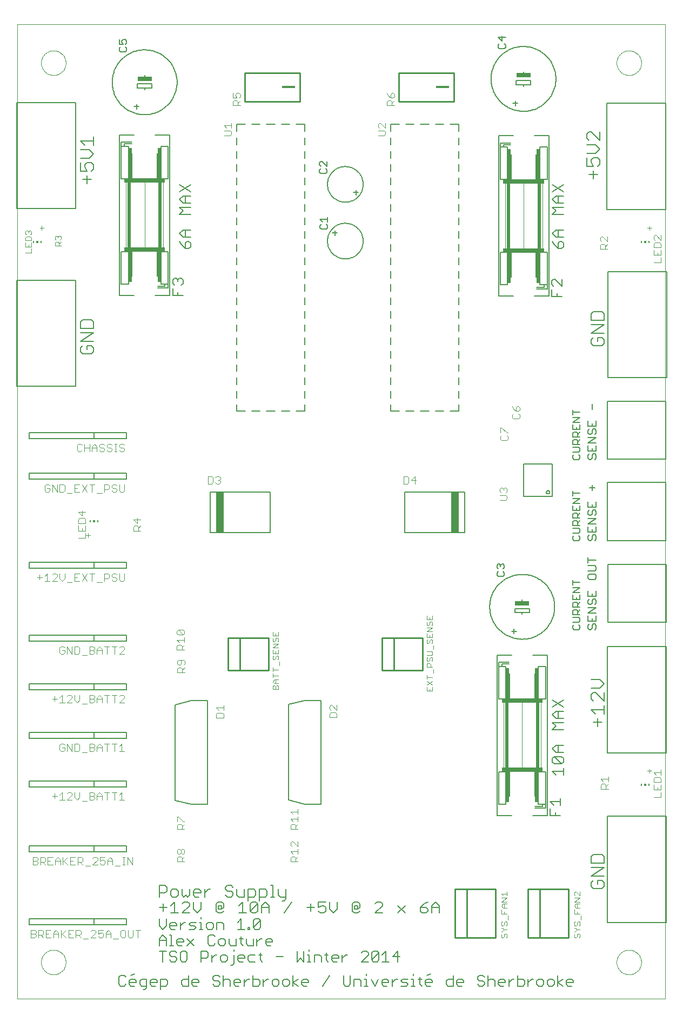
<source format=gto>
G75*
%MOIN*%
%OFA0B0*%
%FSLAX24Y24*%
%IPPOS*%
%LPD*%
%AMOC8*
5,1,8,0,0,1.08239X$1,22.5*
%
%ADD10C,0.0000*%
%ADD11C,0.0070*%
%ADD12C,0.0060*%
%ADD13C,0.0050*%
%ADD14C,0.0080*%
%ADD15C,0.0040*%
%ADD16C,0.0030*%
%ADD17R,0.0059X0.0118*%
%ADD18R,0.0118X0.0118*%
%ADD19R,0.0500X0.2500*%
%ADD20C,0.0100*%
%ADD21R,0.0827X0.0118*%
%ADD22R,0.0900X0.0250*%
%ADD23C,0.0020*%
%ADD24R,0.0450X0.0250*%
%ADD25R,0.1600X0.0250*%
%ADD26R,0.0200X0.4000*%
%ADD27R,0.0050X0.1550*%
%ADD28R,0.0200X0.1900*%
D10*
X003651Y000200D02*
X003651Y060320D01*
X043643Y060320D01*
X043643Y000200D01*
X003651Y000200D01*
X005141Y002450D02*
X005143Y002505D01*
X005149Y002559D01*
X005159Y002613D01*
X005172Y002667D01*
X005190Y002719D01*
X005211Y002769D01*
X005236Y002818D01*
X005264Y002865D01*
X005296Y002910D01*
X005331Y002952D01*
X005368Y002992D01*
X005409Y003029D01*
X005452Y003063D01*
X005497Y003094D01*
X005545Y003121D01*
X005594Y003145D01*
X005645Y003166D01*
X005698Y003182D01*
X005751Y003195D01*
X005805Y003204D01*
X005860Y003209D01*
X005915Y003210D01*
X005970Y003207D01*
X006024Y003200D01*
X006078Y003189D01*
X006131Y003174D01*
X006182Y003156D01*
X006233Y003134D01*
X006281Y003108D01*
X006328Y003079D01*
X006372Y003047D01*
X006414Y003011D01*
X006453Y002973D01*
X006489Y002931D01*
X006522Y002888D01*
X006552Y002842D01*
X006579Y002794D01*
X006602Y002744D01*
X006621Y002693D01*
X006637Y002640D01*
X006649Y002586D01*
X006657Y002532D01*
X006661Y002477D01*
X006661Y002423D01*
X006657Y002368D01*
X006649Y002314D01*
X006637Y002260D01*
X006621Y002207D01*
X006602Y002156D01*
X006579Y002106D01*
X006552Y002058D01*
X006522Y002012D01*
X006489Y001969D01*
X006453Y001927D01*
X006414Y001889D01*
X006372Y001853D01*
X006328Y001821D01*
X006281Y001792D01*
X006233Y001766D01*
X006182Y001744D01*
X006131Y001726D01*
X006078Y001711D01*
X006024Y001700D01*
X005970Y001693D01*
X005915Y001690D01*
X005860Y001691D01*
X005805Y001696D01*
X005751Y001705D01*
X005698Y001718D01*
X005645Y001734D01*
X005594Y001755D01*
X005545Y001779D01*
X005497Y001806D01*
X005452Y001837D01*
X005409Y001871D01*
X005368Y001908D01*
X005331Y001948D01*
X005296Y001990D01*
X005264Y002035D01*
X005236Y002082D01*
X005211Y002131D01*
X005190Y002181D01*
X005172Y002233D01*
X005159Y002287D01*
X005149Y002341D01*
X005143Y002395D01*
X005141Y002450D01*
X040641Y002450D02*
X040643Y002505D01*
X040649Y002559D01*
X040659Y002613D01*
X040672Y002667D01*
X040690Y002719D01*
X040711Y002769D01*
X040736Y002818D01*
X040764Y002865D01*
X040796Y002910D01*
X040831Y002952D01*
X040868Y002992D01*
X040909Y003029D01*
X040952Y003063D01*
X040997Y003094D01*
X041045Y003121D01*
X041094Y003145D01*
X041145Y003166D01*
X041198Y003182D01*
X041251Y003195D01*
X041305Y003204D01*
X041360Y003209D01*
X041415Y003210D01*
X041470Y003207D01*
X041524Y003200D01*
X041578Y003189D01*
X041631Y003174D01*
X041682Y003156D01*
X041733Y003134D01*
X041781Y003108D01*
X041828Y003079D01*
X041872Y003047D01*
X041914Y003011D01*
X041953Y002973D01*
X041989Y002931D01*
X042022Y002888D01*
X042052Y002842D01*
X042079Y002794D01*
X042102Y002744D01*
X042121Y002693D01*
X042137Y002640D01*
X042149Y002586D01*
X042157Y002532D01*
X042161Y002477D01*
X042161Y002423D01*
X042157Y002368D01*
X042149Y002314D01*
X042137Y002260D01*
X042121Y002207D01*
X042102Y002156D01*
X042079Y002106D01*
X042052Y002058D01*
X042022Y002012D01*
X041989Y001969D01*
X041953Y001927D01*
X041914Y001889D01*
X041872Y001853D01*
X041828Y001821D01*
X041781Y001792D01*
X041733Y001766D01*
X041682Y001744D01*
X041631Y001726D01*
X041578Y001711D01*
X041524Y001700D01*
X041470Y001693D01*
X041415Y001690D01*
X041360Y001691D01*
X041305Y001696D01*
X041251Y001705D01*
X041198Y001718D01*
X041145Y001734D01*
X041094Y001755D01*
X041045Y001779D01*
X040997Y001806D01*
X040952Y001837D01*
X040909Y001871D01*
X040868Y001908D01*
X040831Y001948D01*
X040796Y001990D01*
X040764Y002035D01*
X040736Y002082D01*
X040711Y002131D01*
X040690Y002181D01*
X040672Y002233D01*
X040659Y002287D01*
X040649Y002341D01*
X040643Y002395D01*
X040641Y002450D01*
X040641Y057950D02*
X040643Y058005D01*
X040649Y058059D01*
X040659Y058113D01*
X040672Y058167D01*
X040690Y058219D01*
X040711Y058269D01*
X040736Y058318D01*
X040764Y058365D01*
X040796Y058410D01*
X040831Y058452D01*
X040868Y058492D01*
X040909Y058529D01*
X040952Y058563D01*
X040997Y058594D01*
X041045Y058621D01*
X041094Y058645D01*
X041145Y058666D01*
X041198Y058682D01*
X041251Y058695D01*
X041305Y058704D01*
X041360Y058709D01*
X041415Y058710D01*
X041470Y058707D01*
X041524Y058700D01*
X041578Y058689D01*
X041631Y058674D01*
X041682Y058656D01*
X041733Y058634D01*
X041781Y058608D01*
X041828Y058579D01*
X041872Y058547D01*
X041914Y058511D01*
X041953Y058473D01*
X041989Y058431D01*
X042022Y058388D01*
X042052Y058342D01*
X042079Y058294D01*
X042102Y058244D01*
X042121Y058193D01*
X042137Y058140D01*
X042149Y058086D01*
X042157Y058032D01*
X042161Y057977D01*
X042161Y057923D01*
X042157Y057868D01*
X042149Y057814D01*
X042137Y057760D01*
X042121Y057707D01*
X042102Y057656D01*
X042079Y057606D01*
X042052Y057558D01*
X042022Y057512D01*
X041989Y057469D01*
X041953Y057427D01*
X041914Y057389D01*
X041872Y057353D01*
X041828Y057321D01*
X041781Y057292D01*
X041733Y057266D01*
X041682Y057244D01*
X041631Y057226D01*
X041578Y057211D01*
X041524Y057200D01*
X041470Y057193D01*
X041415Y057190D01*
X041360Y057191D01*
X041305Y057196D01*
X041251Y057205D01*
X041198Y057218D01*
X041145Y057234D01*
X041094Y057255D01*
X041045Y057279D01*
X040997Y057306D01*
X040952Y057337D01*
X040909Y057371D01*
X040868Y057408D01*
X040831Y057448D01*
X040796Y057490D01*
X040764Y057535D01*
X040736Y057582D01*
X040711Y057631D01*
X040690Y057681D01*
X040672Y057733D01*
X040659Y057787D01*
X040649Y057841D01*
X040643Y057895D01*
X040641Y057950D01*
X005141Y057950D02*
X005143Y058005D01*
X005149Y058059D01*
X005159Y058113D01*
X005172Y058167D01*
X005190Y058219D01*
X005211Y058269D01*
X005236Y058318D01*
X005264Y058365D01*
X005296Y058410D01*
X005331Y058452D01*
X005368Y058492D01*
X005409Y058529D01*
X005452Y058563D01*
X005497Y058594D01*
X005545Y058621D01*
X005594Y058645D01*
X005645Y058666D01*
X005698Y058682D01*
X005751Y058695D01*
X005805Y058704D01*
X005860Y058709D01*
X005915Y058710D01*
X005970Y058707D01*
X006024Y058700D01*
X006078Y058689D01*
X006131Y058674D01*
X006182Y058656D01*
X006233Y058634D01*
X006281Y058608D01*
X006328Y058579D01*
X006372Y058547D01*
X006414Y058511D01*
X006453Y058473D01*
X006489Y058431D01*
X006522Y058388D01*
X006552Y058342D01*
X006579Y058294D01*
X006602Y058244D01*
X006621Y058193D01*
X006637Y058140D01*
X006649Y058086D01*
X006657Y058032D01*
X006661Y057977D01*
X006661Y057923D01*
X006657Y057868D01*
X006649Y057814D01*
X006637Y057760D01*
X006621Y057707D01*
X006602Y057656D01*
X006579Y057606D01*
X006552Y057558D01*
X006522Y057512D01*
X006489Y057469D01*
X006453Y057427D01*
X006414Y057389D01*
X006372Y057353D01*
X006328Y057321D01*
X006281Y057292D01*
X006233Y057266D01*
X006182Y057244D01*
X006131Y057226D01*
X006078Y057211D01*
X006024Y057200D01*
X005970Y057193D01*
X005915Y057190D01*
X005860Y057191D01*
X005805Y057196D01*
X005751Y057205D01*
X005698Y057218D01*
X005645Y057234D01*
X005594Y057255D01*
X005545Y057279D01*
X005497Y057306D01*
X005452Y057337D01*
X005409Y057371D01*
X005368Y057408D01*
X005331Y057448D01*
X005296Y057490D01*
X005264Y057535D01*
X005236Y057582D01*
X005211Y057631D01*
X005190Y057681D01*
X005172Y057733D01*
X005159Y057787D01*
X005149Y057841D01*
X005143Y057895D01*
X005141Y057950D01*
D11*
X008366Y053388D02*
X008366Y052861D01*
X008366Y053124D02*
X007575Y053124D01*
X007839Y052861D01*
X008102Y052596D02*
X007575Y052596D01*
X007575Y052069D02*
X008102Y052069D01*
X008366Y052332D01*
X008102Y052596D01*
X007971Y051804D02*
X008234Y051804D01*
X008366Y051672D01*
X008366Y051409D01*
X008234Y051277D01*
X007971Y051277D02*
X007839Y051540D01*
X007839Y051672D01*
X007971Y051804D01*
X007575Y051804D02*
X007575Y051277D01*
X007971Y051277D01*
X007971Y051012D02*
X007971Y050485D01*
X008234Y050749D02*
X007707Y050749D01*
X013361Y044660D02*
X013255Y044555D01*
X013255Y044345D01*
X013361Y044240D01*
X013255Y044015D02*
X013255Y043595D01*
X013886Y043595D01*
X013571Y043595D02*
X013571Y043805D01*
X013781Y044240D02*
X013886Y044345D01*
X013886Y044555D01*
X013781Y044660D01*
X013676Y044660D01*
X013571Y044555D01*
X013571Y044450D01*
X013571Y044555D02*
X013466Y044660D01*
X013361Y044660D01*
X008366Y041964D02*
X008366Y041569D01*
X007575Y041569D01*
X007575Y041964D01*
X007707Y042096D01*
X008234Y042096D01*
X008366Y041964D01*
X008366Y041304D02*
X007575Y041304D01*
X007575Y040777D02*
X008366Y041304D01*
X008366Y040777D02*
X007575Y040777D01*
X007707Y040512D02*
X007575Y040380D01*
X007575Y040117D01*
X007707Y039985D01*
X008234Y039985D01*
X008366Y040117D01*
X008366Y040380D01*
X008234Y040512D01*
X007971Y040512D01*
X007971Y040249D01*
X036635Y043535D02*
X036635Y043955D01*
X036741Y044180D02*
X036635Y044285D01*
X036635Y044495D01*
X036741Y044600D01*
X036846Y044600D01*
X037266Y044180D01*
X037266Y044600D01*
X036951Y043745D02*
X036951Y043535D01*
X037266Y043535D02*
X036635Y043535D01*
X039075Y042464D02*
X039075Y042069D01*
X039866Y042069D01*
X039866Y042464D01*
X039734Y042596D01*
X039207Y042596D01*
X039075Y042464D01*
X039075Y041804D02*
X039866Y041804D01*
X039075Y041277D01*
X039866Y041277D01*
X039734Y041012D02*
X039471Y041012D01*
X039471Y040749D01*
X039734Y041012D02*
X039866Y040880D01*
X039866Y040617D01*
X039734Y040485D01*
X039207Y040485D01*
X039075Y040617D01*
X039075Y040880D01*
X039207Y041012D01*
X039201Y050785D02*
X039201Y051312D01*
X039201Y051577D02*
X038805Y051577D01*
X038805Y052104D01*
X038805Y052369D02*
X039332Y052369D01*
X039596Y052632D01*
X039332Y052896D01*
X038805Y052896D01*
X038937Y053161D02*
X038805Y053292D01*
X038805Y053556D01*
X038937Y053688D01*
X039069Y053688D01*
X039596Y053161D01*
X039596Y053688D01*
X039464Y052104D02*
X039201Y052104D01*
X039069Y051972D01*
X039069Y051840D01*
X039201Y051577D01*
X039464Y051577D02*
X039596Y051709D01*
X039596Y051972D01*
X039464Y052104D01*
X039464Y051049D02*
X038937Y051049D01*
X039075Y019888D02*
X039602Y019888D01*
X039866Y019624D01*
X039602Y019361D01*
X039075Y019361D01*
X039207Y019096D02*
X039075Y018964D01*
X039075Y018701D01*
X039207Y018569D01*
X039207Y019096D02*
X039339Y019096D01*
X039866Y018569D01*
X039866Y019096D01*
X039866Y018304D02*
X039866Y017777D01*
X039866Y018040D02*
X039075Y018040D01*
X039339Y017777D01*
X039471Y017512D02*
X039471Y016985D01*
X039734Y017249D02*
X039207Y017249D01*
X037176Y012560D02*
X037176Y012140D01*
X037176Y012350D02*
X036545Y012350D01*
X036756Y012140D01*
X036545Y011915D02*
X036545Y011495D01*
X037176Y011495D01*
X036861Y011495D02*
X036861Y011705D01*
X039207Y009096D02*
X039075Y008964D01*
X039075Y008569D01*
X039866Y008569D01*
X039866Y008964D01*
X039734Y009096D01*
X039207Y009096D01*
X039075Y008304D02*
X039866Y008304D01*
X039075Y007777D01*
X039866Y007777D01*
X039734Y007512D02*
X039866Y007380D01*
X039866Y007117D01*
X039734Y006985D01*
X039207Y006985D01*
X039075Y007117D01*
X039075Y007380D01*
X039207Y007512D01*
X039471Y007512D02*
X039471Y007249D01*
X039471Y007512D02*
X039734Y007512D01*
D12*
X036361Y011510D02*
X035461Y011510D01*
X035611Y011960D02*
X036261Y011960D01*
X036261Y012210D01*
X036261Y014210D01*
X035811Y014210D01*
X035811Y012210D01*
X036061Y012210D01*
X036061Y012060D01*
X035611Y012060D01*
X036061Y012210D02*
X036261Y012210D01*
X036361Y011510D02*
X036361Y021410D01*
X035461Y021410D01*
X035811Y020710D02*
X035811Y018710D01*
X036261Y018710D01*
X036261Y020710D01*
X035811Y020710D01*
X034161Y021410D02*
X033261Y021410D01*
X033261Y011510D01*
X034161Y011510D01*
X033811Y012210D02*
X033811Y014210D01*
X033361Y014210D01*
X033361Y012210D01*
X033811Y012210D01*
X033811Y018710D02*
X033361Y018710D01*
X033361Y020710D01*
X033361Y020960D01*
X034011Y020960D01*
X034011Y020860D02*
X033561Y020860D01*
X033561Y020710D01*
X033811Y020710D01*
X033811Y018710D01*
X033561Y020710D02*
X033361Y020710D01*
X034311Y022730D02*
X034311Y023030D01*
X034161Y022880D02*
X034461Y022880D01*
X034811Y023930D02*
X034811Y024030D01*
X034361Y024030D01*
X034361Y024280D01*
X035261Y024280D01*
X035261Y024030D01*
X034811Y024030D01*
X032811Y024380D02*
X032813Y024469D01*
X032819Y024558D01*
X032829Y024647D01*
X032843Y024735D01*
X032860Y024822D01*
X032882Y024908D01*
X032908Y024994D01*
X032937Y025078D01*
X032970Y025161D01*
X033006Y025242D01*
X033047Y025322D01*
X033090Y025399D01*
X033137Y025475D01*
X033188Y025548D01*
X033241Y025619D01*
X033298Y025688D01*
X033358Y025754D01*
X033421Y025818D01*
X033486Y025878D01*
X033554Y025936D01*
X033625Y025990D01*
X033698Y026041D01*
X033773Y026089D01*
X033850Y026134D01*
X033929Y026175D01*
X034010Y026212D01*
X034092Y026246D01*
X034176Y026277D01*
X034261Y026303D01*
X034347Y026326D01*
X034434Y026344D01*
X034522Y026359D01*
X034611Y026370D01*
X034700Y026377D01*
X034789Y026380D01*
X034878Y026379D01*
X034967Y026374D01*
X035055Y026365D01*
X035144Y026352D01*
X035231Y026335D01*
X035318Y026315D01*
X035404Y026290D01*
X035488Y026262D01*
X035571Y026230D01*
X035653Y026194D01*
X035733Y026155D01*
X035811Y026112D01*
X035887Y026066D01*
X035961Y026016D01*
X036033Y025963D01*
X036102Y025907D01*
X036169Y025848D01*
X036233Y025786D01*
X036294Y025722D01*
X036353Y025654D01*
X036408Y025584D01*
X036460Y025512D01*
X036509Y025437D01*
X036554Y025361D01*
X036596Y025282D01*
X036634Y025202D01*
X036669Y025120D01*
X036700Y025036D01*
X036728Y024951D01*
X036751Y024865D01*
X036771Y024778D01*
X036787Y024691D01*
X036799Y024602D01*
X036807Y024514D01*
X036811Y024425D01*
X036811Y024335D01*
X036807Y024246D01*
X036799Y024158D01*
X036787Y024069D01*
X036771Y023982D01*
X036751Y023895D01*
X036728Y023809D01*
X036700Y023724D01*
X036669Y023640D01*
X036634Y023558D01*
X036596Y023478D01*
X036554Y023399D01*
X036509Y023323D01*
X036460Y023248D01*
X036408Y023176D01*
X036353Y023106D01*
X036294Y023038D01*
X036233Y022974D01*
X036169Y022912D01*
X036102Y022853D01*
X036033Y022797D01*
X035961Y022744D01*
X035887Y022694D01*
X035811Y022648D01*
X035733Y022605D01*
X035653Y022566D01*
X035571Y022530D01*
X035488Y022498D01*
X035404Y022470D01*
X035318Y022445D01*
X035231Y022425D01*
X035144Y022408D01*
X035055Y022395D01*
X034967Y022386D01*
X034878Y022381D01*
X034789Y022380D01*
X034700Y022383D01*
X034611Y022390D01*
X034522Y022401D01*
X034434Y022416D01*
X034347Y022434D01*
X034261Y022457D01*
X034176Y022483D01*
X034092Y022514D01*
X034010Y022548D01*
X033929Y022585D01*
X033850Y022626D01*
X033773Y022671D01*
X033698Y022719D01*
X033625Y022770D01*
X033554Y022824D01*
X033486Y022882D01*
X033421Y022942D01*
X033358Y023006D01*
X033298Y023072D01*
X033241Y023141D01*
X033188Y023212D01*
X033137Y023285D01*
X033090Y023361D01*
X033047Y023438D01*
X033006Y023518D01*
X032970Y023599D01*
X032937Y023682D01*
X032908Y023766D01*
X032882Y023852D01*
X032860Y023938D01*
X032843Y024025D01*
X032829Y024113D01*
X032819Y024202D01*
X032813Y024291D01*
X032811Y024380D01*
X034811Y024630D02*
X034811Y024830D01*
X038871Y024777D02*
X038871Y024610D01*
X038954Y024527D01*
X039037Y024527D01*
X039121Y024610D01*
X039121Y024777D01*
X039204Y024861D01*
X039288Y024861D01*
X039371Y024777D01*
X039371Y024610D01*
X039288Y024527D01*
X039371Y024345D02*
X038871Y024345D01*
X038871Y024011D02*
X039371Y024345D01*
X039371Y024011D02*
X038871Y024011D01*
X038871Y023829D02*
X038871Y023496D01*
X039371Y023496D01*
X039371Y023829D01*
X039121Y023662D02*
X039121Y023496D01*
X039204Y023314D02*
X039288Y023314D01*
X039371Y023230D01*
X039371Y023063D01*
X039288Y022980D01*
X039121Y023063D02*
X039037Y022980D01*
X038954Y022980D01*
X038871Y023063D01*
X038871Y023230D01*
X038954Y023314D01*
X039121Y023230D02*
X039204Y023314D01*
X039121Y023230D02*
X039121Y023063D01*
X038871Y024777D02*
X038954Y024861D01*
X038871Y025043D02*
X039371Y025043D01*
X039371Y025376D01*
X039121Y025209D02*
X039121Y025043D01*
X038871Y025043D02*
X038871Y025376D01*
X038954Y026074D02*
X039288Y026074D01*
X039371Y026157D01*
X039371Y026324D01*
X039288Y026407D01*
X038954Y026407D01*
X038871Y026324D01*
X038871Y026157D01*
X038954Y026074D01*
X038871Y026589D02*
X039288Y026589D01*
X039371Y026673D01*
X039371Y026840D01*
X039288Y026923D01*
X038871Y026923D01*
X038871Y027105D02*
X038871Y027439D01*
X038871Y027272D02*
X039371Y027272D01*
X039288Y028480D02*
X039371Y028563D01*
X039371Y028730D01*
X039288Y028814D01*
X039204Y028814D01*
X039121Y028730D01*
X039121Y028563D01*
X039037Y028480D01*
X038954Y028480D01*
X038871Y028563D01*
X038871Y028730D01*
X038954Y028814D01*
X038871Y028996D02*
X039371Y028996D01*
X039371Y029329D01*
X039371Y029511D02*
X038871Y029511D01*
X039371Y029845D01*
X038871Y029845D01*
X038954Y030027D02*
X039037Y030027D01*
X039121Y030110D01*
X039121Y030277D01*
X039204Y030361D01*
X039288Y030361D01*
X039371Y030277D01*
X039371Y030110D01*
X039288Y030027D01*
X038954Y030027D02*
X038871Y030110D01*
X038871Y030277D01*
X038954Y030361D01*
X038871Y030543D02*
X039371Y030543D01*
X039371Y030876D01*
X039121Y030709D02*
X039121Y030543D01*
X038871Y030543D02*
X038871Y030876D01*
X039121Y031574D02*
X039121Y031907D01*
X038954Y031741D02*
X039288Y031741D01*
X039288Y033480D02*
X039371Y033563D01*
X039371Y033730D01*
X039288Y033814D01*
X039204Y033814D01*
X039121Y033730D01*
X039121Y033563D01*
X039037Y033480D01*
X038954Y033480D01*
X038871Y033563D01*
X038871Y033730D01*
X038954Y033814D01*
X038871Y033996D02*
X039371Y033996D01*
X039371Y034329D01*
X039371Y034511D02*
X038871Y034511D01*
X039371Y034845D01*
X038871Y034845D01*
X038954Y035027D02*
X039037Y035027D01*
X039121Y035110D01*
X039121Y035277D01*
X039204Y035361D01*
X039288Y035361D01*
X039371Y035277D01*
X039371Y035110D01*
X039288Y035027D01*
X038954Y035027D02*
X038871Y035110D01*
X038871Y035277D01*
X038954Y035361D01*
X038871Y035543D02*
X039371Y035543D01*
X039371Y035876D01*
X039121Y035709D02*
X039121Y035543D01*
X038871Y035543D02*
X038871Y035876D01*
X039121Y036574D02*
X039121Y036907D01*
X038871Y034329D02*
X038871Y033996D01*
X039121Y033996D02*
X039121Y034162D01*
X038871Y029329D02*
X038871Y028996D01*
X039121Y028996D02*
X039121Y029162D01*
X036451Y043550D02*
X035551Y043550D01*
X035701Y044000D02*
X036351Y044000D01*
X036351Y044250D01*
X036351Y046250D01*
X035901Y046250D01*
X035901Y044250D01*
X036151Y044250D01*
X036151Y044100D01*
X035701Y044100D01*
X036151Y044250D02*
X036351Y044250D01*
X036451Y043550D02*
X036451Y053450D01*
X035551Y053450D01*
X035901Y052750D02*
X035901Y050750D01*
X036351Y050750D01*
X036351Y052750D01*
X035901Y052750D01*
X034251Y053450D02*
X033351Y053450D01*
X033351Y043550D01*
X034251Y043550D01*
X033901Y044250D02*
X033451Y044250D01*
X033451Y046250D01*
X033901Y046250D01*
X033901Y044250D01*
X033901Y050750D02*
X033451Y050750D01*
X033451Y052750D01*
X033451Y053000D01*
X034101Y053000D01*
X034101Y052900D02*
X033651Y052900D01*
X033651Y052750D01*
X033901Y052750D01*
X033901Y050750D01*
X033651Y052750D02*
X033451Y052750D01*
X034391Y055310D02*
X034391Y055610D01*
X034241Y055460D02*
X034541Y055460D01*
X034891Y056510D02*
X034891Y056610D01*
X034441Y056610D01*
X034441Y056860D01*
X035341Y056860D01*
X035341Y056610D01*
X034891Y056610D01*
X032891Y056960D02*
X032893Y057049D01*
X032899Y057138D01*
X032909Y057227D01*
X032923Y057315D01*
X032940Y057402D01*
X032962Y057488D01*
X032988Y057574D01*
X033017Y057658D01*
X033050Y057741D01*
X033086Y057822D01*
X033127Y057902D01*
X033170Y057979D01*
X033217Y058055D01*
X033268Y058128D01*
X033321Y058199D01*
X033378Y058268D01*
X033438Y058334D01*
X033501Y058398D01*
X033566Y058458D01*
X033634Y058516D01*
X033705Y058570D01*
X033778Y058621D01*
X033853Y058669D01*
X033930Y058714D01*
X034009Y058755D01*
X034090Y058792D01*
X034172Y058826D01*
X034256Y058857D01*
X034341Y058883D01*
X034427Y058906D01*
X034514Y058924D01*
X034602Y058939D01*
X034691Y058950D01*
X034780Y058957D01*
X034869Y058960D01*
X034958Y058959D01*
X035047Y058954D01*
X035135Y058945D01*
X035224Y058932D01*
X035311Y058915D01*
X035398Y058895D01*
X035484Y058870D01*
X035568Y058842D01*
X035651Y058810D01*
X035733Y058774D01*
X035813Y058735D01*
X035891Y058692D01*
X035967Y058646D01*
X036041Y058596D01*
X036113Y058543D01*
X036182Y058487D01*
X036249Y058428D01*
X036313Y058366D01*
X036374Y058302D01*
X036433Y058234D01*
X036488Y058164D01*
X036540Y058092D01*
X036589Y058017D01*
X036634Y057941D01*
X036676Y057862D01*
X036714Y057782D01*
X036749Y057700D01*
X036780Y057616D01*
X036808Y057531D01*
X036831Y057445D01*
X036851Y057358D01*
X036867Y057271D01*
X036879Y057182D01*
X036887Y057094D01*
X036891Y057005D01*
X036891Y056915D01*
X036887Y056826D01*
X036879Y056738D01*
X036867Y056649D01*
X036851Y056562D01*
X036831Y056475D01*
X036808Y056389D01*
X036780Y056304D01*
X036749Y056220D01*
X036714Y056138D01*
X036676Y056058D01*
X036634Y055979D01*
X036589Y055903D01*
X036540Y055828D01*
X036488Y055756D01*
X036433Y055686D01*
X036374Y055618D01*
X036313Y055554D01*
X036249Y055492D01*
X036182Y055433D01*
X036113Y055377D01*
X036041Y055324D01*
X035967Y055274D01*
X035891Y055228D01*
X035813Y055185D01*
X035733Y055146D01*
X035651Y055110D01*
X035568Y055078D01*
X035484Y055050D01*
X035398Y055025D01*
X035311Y055005D01*
X035224Y054988D01*
X035135Y054975D01*
X035047Y054966D01*
X034958Y054961D01*
X034869Y054960D01*
X034780Y054963D01*
X034691Y054970D01*
X034602Y054981D01*
X034514Y054996D01*
X034427Y055014D01*
X034341Y055037D01*
X034256Y055063D01*
X034172Y055094D01*
X034090Y055128D01*
X034009Y055165D01*
X033930Y055206D01*
X033853Y055251D01*
X033778Y055299D01*
X033705Y055350D01*
X033634Y055404D01*
X033566Y055462D01*
X033501Y055522D01*
X033438Y055586D01*
X033378Y055652D01*
X033321Y055721D01*
X033268Y055792D01*
X033217Y055865D01*
X033170Y055941D01*
X033127Y056018D01*
X033086Y056098D01*
X033050Y056179D01*
X033017Y056262D01*
X032988Y056346D01*
X032962Y056432D01*
X032940Y056518D01*
X032923Y056605D01*
X032909Y056693D01*
X032899Y056782D01*
X032893Y056871D01*
X032891Y056960D01*
X034891Y057210D02*
X034891Y057410D01*
X024701Y049950D02*
X024551Y049950D01*
X024551Y049800D01*
X024551Y049950D02*
X024401Y049950D01*
X024551Y049950D02*
X024551Y050100D01*
X022801Y050450D02*
X022803Y050516D01*
X022809Y050581D01*
X022819Y050646D01*
X022832Y050711D01*
X022850Y050774D01*
X022871Y050837D01*
X022896Y050897D01*
X022925Y050957D01*
X022957Y051014D01*
X022992Y051070D01*
X023031Y051123D01*
X023073Y051174D01*
X023117Y051222D01*
X023165Y051267D01*
X023215Y051310D01*
X023268Y051349D01*
X023323Y051386D01*
X023380Y051419D01*
X023439Y051448D01*
X023499Y051474D01*
X023561Y051496D01*
X023624Y051515D01*
X023688Y051529D01*
X023753Y051540D01*
X023819Y051547D01*
X023885Y051550D01*
X023950Y051549D01*
X024016Y051544D01*
X024081Y051535D01*
X024146Y051522D01*
X024209Y051506D01*
X024272Y051486D01*
X024333Y051461D01*
X024393Y051434D01*
X024451Y051403D01*
X024507Y051368D01*
X024561Y051330D01*
X024612Y051289D01*
X024661Y051245D01*
X024707Y051198D01*
X024751Y051149D01*
X024791Y051097D01*
X024828Y051042D01*
X024862Y050986D01*
X024892Y050927D01*
X024919Y050867D01*
X024942Y050806D01*
X024961Y050743D01*
X024977Y050679D01*
X024989Y050614D01*
X024997Y050549D01*
X025001Y050483D01*
X025001Y050417D01*
X024997Y050351D01*
X024989Y050286D01*
X024977Y050221D01*
X024961Y050157D01*
X024942Y050094D01*
X024919Y050033D01*
X024892Y049973D01*
X024862Y049914D01*
X024828Y049858D01*
X024791Y049803D01*
X024751Y049751D01*
X024707Y049702D01*
X024661Y049655D01*
X024612Y049611D01*
X024561Y049570D01*
X024507Y049532D01*
X024451Y049497D01*
X024393Y049466D01*
X024333Y049439D01*
X024272Y049414D01*
X024209Y049394D01*
X024146Y049378D01*
X024081Y049365D01*
X024016Y049356D01*
X023950Y049351D01*
X023885Y049350D01*
X023819Y049353D01*
X023753Y049360D01*
X023688Y049371D01*
X023624Y049385D01*
X023561Y049404D01*
X023499Y049426D01*
X023439Y049452D01*
X023380Y049481D01*
X023323Y049514D01*
X023268Y049551D01*
X023215Y049590D01*
X023165Y049633D01*
X023117Y049678D01*
X023073Y049726D01*
X023031Y049777D01*
X022992Y049830D01*
X022957Y049886D01*
X022925Y049943D01*
X022896Y050003D01*
X022871Y050063D01*
X022850Y050126D01*
X022832Y050189D01*
X022819Y050254D01*
X022809Y050319D01*
X022803Y050384D01*
X022801Y050450D01*
X023251Y047600D02*
X023251Y047450D01*
X023401Y047450D01*
X023251Y047450D02*
X023251Y047300D01*
X023251Y047450D02*
X023101Y047450D01*
X022801Y046950D02*
X022803Y047016D01*
X022809Y047081D01*
X022819Y047146D01*
X022832Y047211D01*
X022850Y047274D01*
X022871Y047337D01*
X022896Y047397D01*
X022925Y047457D01*
X022957Y047514D01*
X022992Y047570D01*
X023031Y047623D01*
X023073Y047674D01*
X023117Y047722D01*
X023165Y047767D01*
X023215Y047810D01*
X023268Y047849D01*
X023323Y047886D01*
X023380Y047919D01*
X023439Y047948D01*
X023499Y047974D01*
X023561Y047996D01*
X023624Y048015D01*
X023688Y048029D01*
X023753Y048040D01*
X023819Y048047D01*
X023885Y048050D01*
X023950Y048049D01*
X024016Y048044D01*
X024081Y048035D01*
X024146Y048022D01*
X024209Y048006D01*
X024272Y047986D01*
X024333Y047961D01*
X024393Y047934D01*
X024451Y047903D01*
X024507Y047868D01*
X024561Y047830D01*
X024612Y047789D01*
X024661Y047745D01*
X024707Y047698D01*
X024751Y047649D01*
X024791Y047597D01*
X024828Y047542D01*
X024862Y047486D01*
X024892Y047427D01*
X024919Y047367D01*
X024942Y047306D01*
X024961Y047243D01*
X024977Y047179D01*
X024989Y047114D01*
X024997Y047049D01*
X025001Y046983D01*
X025001Y046917D01*
X024997Y046851D01*
X024989Y046786D01*
X024977Y046721D01*
X024961Y046657D01*
X024942Y046594D01*
X024919Y046533D01*
X024892Y046473D01*
X024862Y046414D01*
X024828Y046358D01*
X024791Y046303D01*
X024751Y046251D01*
X024707Y046202D01*
X024661Y046155D01*
X024612Y046111D01*
X024561Y046070D01*
X024507Y046032D01*
X024451Y045997D01*
X024393Y045966D01*
X024333Y045939D01*
X024272Y045914D01*
X024209Y045894D01*
X024146Y045878D01*
X024081Y045865D01*
X024016Y045856D01*
X023950Y045851D01*
X023885Y045850D01*
X023819Y045853D01*
X023753Y045860D01*
X023688Y045871D01*
X023624Y045885D01*
X023561Y045904D01*
X023499Y045926D01*
X023439Y045952D01*
X023380Y045981D01*
X023323Y046014D01*
X023268Y046051D01*
X023215Y046090D01*
X023165Y046133D01*
X023117Y046178D01*
X023073Y046226D01*
X023031Y046277D01*
X022992Y046330D01*
X022957Y046386D01*
X022925Y046443D01*
X022896Y046503D01*
X022871Y046563D01*
X022850Y046626D01*
X022832Y046689D01*
X022819Y046754D01*
X022809Y046819D01*
X022803Y046884D01*
X022801Y046950D01*
X012971Y046310D02*
X012971Y044310D01*
X012971Y044060D01*
X012321Y044060D01*
X012321Y044160D02*
X012771Y044160D01*
X012771Y044310D01*
X012521Y044310D01*
X012521Y046310D01*
X012971Y046310D01*
X012971Y044310D02*
X012771Y044310D01*
X013071Y043610D02*
X012171Y043610D01*
X013071Y043610D02*
X013071Y053510D01*
X012171Y053510D01*
X012521Y052810D02*
X012521Y050810D01*
X012971Y050810D01*
X012971Y052810D01*
X012521Y052810D01*
X010871Y053510D02*
X009971Y053510D01*
X009971Y043610D01*
X010871Y043610D01*
X010521Y044310D02*
X010071Y044310D01*
X010071Y046310D01*
X010521Y046310D01*
X010521Y044310D01*
X010521Y050810D02*
X010071Y050810D01*
X010071Y052810D01*
X010071Y053060D01*
X010721Y053060D01*
X010721Y052960D02*
X010271Y052960D01*
X010271Y052810D01*
X010521Y052810D01*
X010521Y050810D01*
X010271Y052810D02*
X010071Y052810D01*
X011021Y055100D02*
X011021Y055400D01*
X010871Y055250D02*
X011171Y055250D01*
X011521Y056300D02*
X011521Y056400D01*
X011071Y056400D01*
X011071Y056650D01*
X011971Y056650D01*
X011971Y056400D01*
X011521Y056400D01*
X009521Y056750D02*
X009523Y056839D01*
X009529Y056928D01*
X009539Y057017D01*
X009553Y057105D01*
X009570Y057192D01*
X009592Y057278D01*
X009618Y057364D01*
X009647Y057448D01*
X009680Y057531D01*
X009716Y057612D01*
X009757Y057692D01*
X009800Y057769D01*
X009847Y057845D01*
X009898Y057918D01*
X009951Y057989D01*
X010008Y058058D01*
X010068Y058124D01*
X010131Y058188D01*
X010196Y058248D01*
X010264Y058306D01*
X010335Y058360D01*
X010408Y058411D01*
X010483Y058459D01*
X010560Y058504D01*
X010639Y058545D01*
X010720Y058582D01*
X010802Y058616D01*
X010886Y058647D01*
X010971Y058673D01*
X011057Y058696D01*
X011144Y058714D01*
X011232Y058729D01*
X011321Y058740D01*
X011410Y058747D01*
X011499Y058750D01*
X011588Y058749D01*
X011677Y058744D01*
X011765Y058735D01*
X011854Y058722D01*
X011941Y058705D01*
X012028Y058685D01*
X012114Y058660D01*
X012198Y058632D01*
X012281Y058600D01*
X012363Y058564D01*
X012443Y058525D01*
X012521Y058482D01*
X012597Y058436D01*
X012671Y058386D01*
X012743Y058333D01*
X012812Y058277D01*
X012879Y058218D01*
X012943Y058156D01*
X013004Y058092D01*
X013063Y058024D01*
X013118Y057954D01*
X013170Y057882D01*
X013219Y057807D01*
X013264Y057731D01*
X013306Y057652D01*
X013344Y057572D01*
X013379Y057490D01*
X013410Y057406D01*
X013438Y057321D01*
X013461Y057235D01*
X013481Y057148D01*
X013497Y057061D01*
X013509Y056972D01*
X013517Y056884D01*
X013521Y056795D01*
X013521Y056705D01*
X013517Y056616D01*
X013509Y056528D01*
X013497Y056439D01*
X013481Y056352D01*
X013461Y056265D01*
X013438Y056179D01*
X013410Y056094D01*
X013379Y056010D01*
X013344Y055928D01*
X013306Y055848D01*
X013264Y055769D01*
X013219Y055693D01*
X013170Y055618D01*
X013118Y055546D01*
X013063Y055476D01*
X013004Y055408D01*
X012943Y055344D01*
X012879Y055282D01*
X012812Y055223D01*
X012743Y055167D01*
X012671Y055114D01*
X012597Y055064D01*
X012521Y055018D01*
X012443Y054975D01*
X012363Y054936D01*
X012281Y054900D01*
X012198Y054868D01*
X012114Y054840D01*
X012028Y054815D01*
X011941Y054795D01*
X011854Y054778D01*
X011765Y054765D01*
X011677Y054756D01*
X011588Y054751D01*
X011499Y054750D01*
X011410Y054753D01*
X011321Y054760D01*
X011232Y054771D01*
X011144Y054786D01*
X011057Y054804D01*
X010971Y054827D01*
X010886Y054853D01*
X010802Y054884D01*
X010720Y054918D01*
X010639Y054955D01*
X010560Y054996D01*
X010483Y055041D01*
X010408Y055089D01*
X010335Y055140D01*
X010264Y055194D01*
X010196Y055252D01*
X010131Y055312D01*
X010068Y055376D01*
X010008Y055442D01*
X009951Y055511D01*
X009898Y055582D01*
X009847Y055655D01*
X009800Y055731D01*
X009757Y055808D01*
X009716Y055888D01*
X009680Y055969D01*
X009647Y056052D01*
X009618Y056136D01*
X009592Y056222D01*
X009570Y056308D01*
X009553Y056395D01*
X009539Y056483D01*
X009529Y056572D01*
X009523Y056661D01*
X009521Y056750D01*
X011521Y057000D02*
X011521Y057200D01*
X012431Y007181D02*
X012781Y007181D01*
X012898Y007064D01*
X012898Y006830D01*
X012781Y006714D01*
X012431Y006714D01*
X012431Y006480D02*
X012431Y007181D01*
X013131Y006830D02*
X013131Y006597D01*
X013248Y006480D01*
X013481Y006480D01*
X013598Y006597D01*
X013598Y006830D01*
X013481Y006947D01*
X013248Y006947D01*
X013131Y006830D01*
X013831Y006947D02*
X013831Y006597D01*
X013947Y006480D01*
X014064Y006597D01*
X014181Y006480D01*
X014298Y006597D01*
X014298Y006947D01*
X014530Y006830D02*
X014647Y006947D01*
X014881Y006947D01*
X014997Y006830D01*
X014997Y006714D01*
X014530Y006714D01*
X014530Y006830D02*
X014530Y006597D01*
X014647Y006480D01*
X014881Y006480D01*
X015230Y006480D02*
X015230Y006947D01*
X015230Y006714D02*
X015464Y006947D01*
X015580Y006947D01*
X016513Y006947D02*
X016630Y006830D01*
X016863Y006830D01*
X016980Y006714D01*
X016980Y006597D01*
X016863Y006480D01*
X016630Y006480D01*
X016513Y006597D01*
X016513Y006947D02*
X016513Y007064D01*
X016630Y007181D01*
X016863Y007181D01*
X016980Y007064D01*
X017213Y006947D02*
X017213Y006597D01*
X017330Y006480D01*
X017680Y006480D01*
X017680Y006947D01*
X017913Y006947D02*
X018263Y006947D01*
X018380Y006830D01*
X018380Y006597D01*
X018263Y006480D01*
X017913Y006480D01*
X017913Y006246D02*
X017913Y006947D01*
X018613Y006947D02*
X018613Y006246D01*
X018613Y006480D02*
X018963Y006480D01*
X019080Y006597D01*
X019080Y006830D01*
X018963Y006947D01*
X018613Y006947D01*
X019312Y007181D02*
X019429Y007181D01*
X019429Y006480D01*
X019312Y006480D02*
X019546Y006480D01*
X019779Y006597D02*
X019896Y006480D01*
X020246Y006480D01*
X020246Y006363D02*
X020129Y006246D01*
X020012Y006246D01*
X020246Y006363D02*
X020246Y006947D01*
X019779Y006947D02*
X019779Y006597D01*
X018552Y005121D02*
X018659Y005014D01*
X018232Y004587D01*
X018339Y004480D01*
X018552Y004480D01*
X018659Y004587D01*
X018659Y005014D01*
X018552Y005121D02*
X018339Y005121D01*
X018232Y005014D01*
X018232Y004587D01*
X018016Y004587D02*
X018016Y004480D01*
X017910Y004480D01*
X017910Y004587D01*
X018016Y004587D01*
X017692Y004480D02*
X017265Y004480D01*
X017479Y004480D02*
X017479Y005121D01*
X017265Y004907D01*
X016403Y004800D02*
X016403Y004480D01*
X016403Y004800D02*
X016296Y004907D01*
X015976Y004907D01*
X015976Y004480D01*
X015758Y004587D02*
X015758Y004800D01*
X015652Y004907D01*
X015438Y004907D01*
X015331Y004800D01*
X015331Y004587D01*
X015438Y004480D01*
X015652Y004480D01*
X015758Y004587D01*
X015759Y004121D02*
X015546Y004121D01*
X015439Y004014D01*
X015439Y003587D01*
X015546Y003480D01*
X015759Y003480D01*
X015866Y003587D01*
X016083Y003587D02*
X016190Y003480D01*
X016404Y003480D01*
X016510Y003587D01*
X016510Y003800D01*
X016404Y003907D01*
X016190Y003907D01*
X016083Y003800D01*
X016083Y003587D01*
X015866Y004014D02*
X015759Y004121D01*
X015329Y003121D02*
X015436Y003014D01*
X015436Y002800D01*
X015329Y002694D01*
X015009Y002694D01*
X015009Y002480D02*
X015009Y003121D01*
X015329Y003121D01*
X015654Y002907D02*
X015654Y002480D01*
X015654Y002694D02*
X015867Y002907D01*
X015974Y002907D01*
X016191Y002800D02*
X016191Y002587D01*
X016298Y002480D01*
X016511Y002480D01*
X016618Y002587D01*
X016618Y002800D01*
X016511Y002907D01*
X016298Y002907D01*
X016191Y002800D01*
X016835Y002266D02*
X016942Y002266D01*
X017049Y002373D01*
X017049Y002907D01*
X017049Y003121D02*
X017049Y003227D01*
X017155Y003480D02*
X017155Y003907D01*
X017373Y003907D02*
X017586Y003907D01*
X017479Y004014D02*
X017479Y003587D01*
X017586Y003480D01*
X017802Y003587D02*
X017909Y003480D01*
X018229Y003480D01*
X018229Y003907D01*
X018447Y003907D02*
X018447Y003480D01*
X018447Y003694D02*
X018660Y003907D01*
X018767Y003907D01*
X018984Y003800D02*
X018984Y003587D01*
X019091Y003480D01*
X019304Y003480D01*
X019411Y003694D02*
X018984Y003694D01*
X018984Y003800D02*
X019091Y003907D01*
X019304Y003907D01*
X019411Y003800D01*
X019411Y003694D01*
X019628Y002800D02*
X020055Y002800D01*
X020918Y002480D02*
X021131Y002694D01*
X021345Y002480D01*
X021345Y003121D01*
X021562Y002907D02*
X021669Y002907D01*
X021669Y002480D01*
X021562Y002480D02*
X021776Y002480D01*
X021992Y002480D02*
X021992Y002907D01*
X022312Y002907D01*
X022419Y002800D01*
X022419Y002480D01*
X022743Y002587D02*
X022850Y002480D01*
X022743Y002587D02*
X022743Y003014D01*
X022636Y002907D02*
X022850Y002907D01*
X023066Y002800D02*
X023173Y002907D01*
X023386Y002907D01*
X023493Y002800D01*
X023493Y002694D01*
X023066Y002694D01*
X023066Y002800D02*
X023066Y002587D01*
X023173Y002480D01*
X023386Y002480D01*
X023711Y002480D02*
X023711Y002907D01*
X023924Y002907D02*
X024031Y002907D01*
X023924Y002907D02*
X023711Y002694D01*
X023789Y001621D02*
X023789Y001087D01*
X023896Y000980D01*
X024109Y000980D01*
X024216Y001087D01*
X024216Y001621D01*
X024433Y001407D02*
X024754Y001407D01*
X024860Y001300D01*
X024860Y000980D01*
X025078Y000980D02*
X025291Y000980D01*
X025185Y000980D02*
X025185Y001407D01*
X025078Y001407D01*
X025185Y001621D02*
X025185Y001727D01*
X025508Y001407D02*
X025721Y000980D01*
X025935Y001407D01*
X026152Y001300D02*
X026152Y001087D01*
X026259Y000980D01*
X026472Y000980D01*
X026579Y001194D02*
X026152Y001194D01*
X026152Y001300D02*
X026259Y001407D01*
X026472Y001407D01*
X026579Y001300D01*
X026579Y001194D01*
X026797Y001194D02*
X027010Y001407D01*
X027117Y001407D01*
X027334Y001300D02*
X027441Y001407D01*
X027761Y001407D01*
X027978Y001407D02*
X028085Y001407D01*
X028085Y000980D01*
X027978Y000980D02*
X028192Y000980D01*
X028515Y001087D02*
X028515Y001514D01*
X028408Y001407D02*
X028622Y001407D01*
X028838Y001300D02*
X028945Y001407D01*
X029158Y001407D01*
X029265Y001300D01*
X029265Y001194D01*
X028838Y001194D01*
X028838Y001300D02*
X028838Y001087D01*
X028945Y000980D01*
X029158Y000980D01*
X028622Y000980D02*
X028515Y001087D01*
X028945Y001621D02*
X029158Y001727D01*
X030127Y001300D02*
X030127Y001087D01*
X030234Y000980D01*
X030554Y000980D01*
X030554Y001621D01*
X030554Y001407D02*
X030234Y001407D01*
X030127Y001300D01*
X030771Y001300D02*
X030771Y001087D01*
X030878Y000980D01*
X031092Y000980D01*
X031198Y001194D02*
X030771Y001194D01*
X030771Y001300D02*
X030878Y001407D01*
X031092Y001407D01*
X031198Y001300D01*
X031198Y001194D01*
X032061Y001087D02*
X032167Y000980D01*
X032381Y000980D01*
X032488Y001087D01*
X032488Y001194D01*
X032381Y001300D01*
X032167Y001300D01*
X032061Y001407D01*
X032061Y001514D01*
X032167Y001621D01*
X032381Y001621D01*
X032488Y001514D01*
X032705Y001621D02*
X032705Y000980D01*
X032705Y001300D02*
X032812Y001407D01*
X033025Y001407D01*
X033132Y001300D01*
X033132Y000980D01*
X033350Y001087D02*
X033350Y001300D01*
X033456Y001407D01*
X033670Y001407D01*
X033777Y001300D01*
X033777Y001194D01*
X033350Y001194D01*
X033350Y001087D02*
X033456Y000980D01*
X033670Y000980D01*
X033994Y000980D02*
X033994Y001407D01*
X033994Y001194D02*
X034208Y001407D01*
X034314Y001407D01*
X034531Y001407D02*
X034852Y001407D01*
X034958Y001300D01*
X034958Y001087D01*
X034852Y000980D01*
X034531Y000980D01*
X034531Y001621D01*
X035176Y001407D02*
X035176Y000980D01*
X035176Y001194D02*
X035389Y001407D01*
X035496Y001407D01*
X035713Y001300D02*
X035713Y001087D01*
X035820Y000980D01*
X036033Y000980D01*
X036140Y001087D01*
X036140Y001300D01*
X036033Y001407D01*
X035820Y001407D01*
X035713Y001300D01*
X036358Y001300D02*
X036358Y001087D01*
X036464Y000980D01*
X036678Y000980D01*
X036785Y001087D01*
X036785Y001300D01*
X036678Y001407D01*
X036464Y001407D01*
X036358Y001300D01*
X037002Y001194D02*
X037322Y001407D01*
X037539Y001300D02*
X037539Y001087D01*
X037646Y000980D01*
X037859Y000980D01*
X037966Y001194D02*
X037539Y001194D01*
X037539Y001300D02*
X037646Y001407D01*
X037859Y001407D01*
X037966Y001300D01*
X037966Y001194D01*
X037322Y000980D02*
X037002Y001194D01*
X037002Y000980D02*
X037002Y001621D01*
X028085Y001727D02*
X028085Y001621D01*
X027654Y001194D02*
X027441Y001194D01*
X027334Y001300D01*
X027334Y000980D02*
X027654Y000980D01*
X027761Y001087D01*
X027654Y001194D01*
X026797Y000980D02*
X026797Y001407D01*
X026608Y002480D02*
X026181Y002480D01*
X026395Y002480D02*
X026395Y003121D01*
X026181Y002907D01*
X025964Y003014D02*
X025857Y003121D01*
X025644Y003121D01*
X025537Y003014D01*
X025537Y002587D01*
X025964Y003014D01*
X025964Y002587D01*
X025857Y002480D01*
X025644Y002480D01*
X025537Y002587D01*
X025319Y002480D02*
X024892Y002480D01*
X025319Y002907D01*
X025319Y003014D01*
X025213Y003121D01*
X024999Y003121D01*
X024892Y003014D01*
X024433Y001407D02*
X024433Y000980D01*
X022927Y001621D02*
X022500Y000980D01*
X021638Y001194D02*
X021211Y001194D01*
X021211Y001300D02*
X021211Y001087D01*
X021317Y000980D01*
X021531Y000980D01*
X021638Y001194D02*
X021638Y001300D01*
X021531Y001407D01*
X021317Y001407D01*
X021211Y001300D01*
X020994Y001407D02*
X020673Y001194D01*
X020994Y000980D01*
X020673Y000980D02*
X020673Y001621D01*
X020456Y001300D02*
X020349Y001407D01*
X020136Y001407D01*
X020029Y001300D01*
X020029Y001087D01*
X020136Y000980D01*
X020349Y000980D01*
X020456Y001087D01*
X020456Y001300D01*
X019811Y001300D02*
X019811Y001087D01*
X019705Y000980D01*
X019491Y000980D01*
X019384Y001087D01*
X019384Y001300D01*
X019491Y001407D01*
X019705Y001407D01*
X019811Y001300D01*
X019168Y001407D02*
X019061Y001407D01*
X018847Y001194D01*
X018847Y001407D02*
X018847Y000980D01*
X018630Y001087D02*
X018630Y001300D01*
X018523Y001407D01*
X018203Y001407D01*
X018203Y001621D02*
X018203Y000980D01*
X018523Y000980D01*
X018630Y001087D01*
X017986Y001407D02*
X017879Y001407D01*
X017666Y001194D01*
X017666Y001407D02*
X017666Y000980D01*
X017448Y001194D02*
X017448Y001300D01*
X017341Y001407D01*
X017128Y001407D01*
X017021Y001300D01*
X017021Y001087D01*
X017128Y000980D01*
X017341Y000980D01*
X017448Y001194D02*
X017021Y001194D01*
X016804Y001300D02*
X016804Y000980D01*
X016804Y001300D02*
X016697Y001407D01*
X016483Y001407D01*
X016376Y001300D01*
X016159Y001194D02*
X016159Y001087D01*
X016052Y000980D01*
X015839Y000980D01*
X015732Y001087D01*
X015839Y001300D02*
X016052Y001300D01*
X016159Y001194D01*
X016376Y000980D02*
X016376Y001621D01*
X016159Y001514D02*
X016052Y001621D01*
X015839Y001621D01*
X015732Y001514D01*
X015732Y001407D01*
X015839Y001300D01*
X014870Y001300D02*
X014870Y001194D01*
X014443Y001194D01*
X014443Y001300D02*
X014443Y001087D01*
X014550Y000980D01*
X014763Y000980D01*
X014870Y001300D02*
X014763Y001407D01*
X014550Y001407D01*
X014443Y001300D01*
X014225Y001407D02*
X013905Y001407D01*
X013798Y001300D01*
X013798Y001087D01*
X013905Y000980D01*
X014225Y000980D01*
X014225Y001621D01*
X014040Y002480D02*
X014147Y002587D01*
X014147Y003014D01*
X014040Y003121D01*
X013827Y003121D01*
X013720Y003014D01*
X013720Y002587D01*
X013827Y002480D01*
X014040Y002480D01*
X013503Y002587D02*
X013396Y002480D01*
X013182Y002480D01*
X013076Y002587D01*
X013182Y002800D02*
X013396Y002800D01*
X013503Y002694D01*
X013503Y002587D01*
X013182Y002800D02*
X013076Y002907D01*
X013076Y003014D01*
X013182Y003121D01*
X013396Y003121D01*
X013503Y003014D01*
X013612Y003480D02*
X013505Y003587D01*
X013505Y003800D01*
X013612Y003907D01*
X013826Y003907D01*
X013932Y003800D01*
X013932Y003694D01*
X013505Y003694D01*
X013612Y003480D02*
X013826Y003480D01*
X014150Y003480D02*
X014577Y003907D01*
X014150Y003907D02*
X014577Y003480D01*
X014577Y004480D02*
X014684Y004587D01*
X014577Y004694D01*
X014364Y004694D01*
X014257Y004800D01*
X014364Y004907D01*
X014684Y004907D01*
X014902Y004907D02*
X015009Y004907D01*
X015009Y004480D01*
X015115Y004480D02*
X014902Y004480D01*
X014577Y004480D02*
X014257Y004480D01*
X014040Y004907D02*
X013934Y004907D01*
X013720Y004694D01*
X013720Y004907D02*
X013720Y004480D01*
X013503Y004694D02*
X013076Y004694D01*
X013076Y004800D02*
X013182Y004907D01*
X013396Y004907D01*
X013503Y004800D01*
X013503Y004694D01*
X013396Y004480D02*
X013182Y004480D01*
X013076Y004587D01*
X013076Y004800D01*
X012858Y004694D02*
X012858Y005121D01*
X012431Y005121D02*
X012431Y004694D01*
X012644Y004480D01*
X012858Y004694D01*
X012644Y004121D02*
X012858Y003907D01*
X012858Y003480D01*
X013076Y003480D02*
X013289Y003480D01*
X013182Y003480D02*
X013182Y004121D01*
X013076Y004121D01*
X012858Y003800D02*
X012431Y003800D01*
X012431Y003907D02*
X012644Y004121D01*
X012431Y003907D02*
X012431Y003480D01*
X012431Y003121D02*
X012858Y003121D01*
X012644Y003121D02*
X012644Y002480D01*
X012509Y001407D02*
X012829Y001407D01*
X012936Y001300D01*
X012936Y001087D01*
X012829Y000980D01*
X012509Y000980D01*
X012509Y000766D02*
X012509Y001407D01*
X012292Y001300D02*
X012292Y001194D01*
X011865Y001194D01*
X011865Y001300D02*
X011865Y001087D01*
X011971Y000980D01*
X012185Y000980D01*
X012292Y001300D02*
X012185Y001407D01*
X011971Y001407D01*
X011865Y001300D01*
X011647Y001407D02*
X011647Y000873D01*
X011540Y000766D01*
X011434Y000766D01*
X011327Y000980D02*
X011647Y000980D01*
X011327Y000980D02*
X011220Y001087D01*
X011220Y001300D01*
X011327Y001407D01*
X011647Y001407D01*
X011003Y001300D02*
X011003Y001194D01*
X010576Y001194D01*
X010576Y001300D02*
X010576Y001087D01*
X010682Y000980D01*
X010896Y000980D01*
X011003Y001300D02*
X010896Y001407D01*
X010682Y001407D01*
X010576Y001300D01*
X010358Y001087D02*
X010251Y000980D01*
X010038Y000980D01*
X009931Y001087D01*
X009931Y001514D01*
X010038Y001621D01*
X010251Y001621D01*
X010358Y001514D01*
X010682Y001621D02*
X010896Y001727D01*
X015009Y005121D02*
X015009Y005227D01*
X016728Y003907D02*
X016728Y003587D01*
X016835Y003480D01*
X017155Y003480D01*
X017372Y002907D02*
X017585Y002907D01*
X017692Y002800D01*
X017692Y002694D01*
X017265Y002694D01*
X017265Y002800D02*
X017372Y002907D01*
X017265Y002800D02*
X017265Y002587D01*
X017372Y002480D01*
X017585Y002480D01*
X017910Y002587D02*
X018016Y002480D01*
X018337Y002480D01*
X018661Y002587D02*
X018768Y002480D01*
X018661Y002587D02*
X018661Y003014D01*
X018554Y002907D02*
X018768Y002907D01*
X018337Y002907D02*
X018016Y002907D01*
X017910Y002800D01*
X017910Y002587D01*
X017802Y003587D02*
X017802Y003907D01*
X020918Y003121D02*
X020918Y002480D01*
X021669Y003121D02*
X021669Y003227D01*
X026826Y002800D02*
X027253Y002800D01*
X027146Y002480D02*
X027146Y003121D01*
X026826Y002800D01*
D13*
X022401Y012200D02*
X021401Y012200D01*
X020401Y012450D01*
X020401Y018350D01*
X021401Y018600D01*
X022401Y018600D01*
X022401Y012200D01*
X015411Y012190D02*
X014411Y012190D01*
X013411Y012440D01*
X013411Y018340D01*
X014411Y018590D01*
X015411Y018590D01*
X015411Y012190D01*
X010401Y013270D02*
X010401Y013630D01*
X008401Y013630D01*
X008401Y013270D01*
X004401Y013270D01*
X004401Y013630D01*
X008401Y013630D01*
X008401Y013270D02*
X010401Y013270D01*
X010401Y016270D02*
X008401Y016270D01*
X008401Y016450D01*
X008401Y016630D01*
X004401Y016630D01*
X004401Y016270D01*
X008401Y016270D01*
X008401Y016630D02*
X010401Y016630D01*
X010401Y016270D01*
X010401Y019270D02*
X008401Y019270D01*
X008401Y019630D01*
X004401Y019630D01*
X004401Y019270D01*
X008401Y019270D01*
X008401Y019630D02*
X010401Y019630D01*
X010401Y019270D01*
X010401Y022270D02*
X008401Y022270D01*
X008401Y022450D01*
X008401Y022630D01*
X004401Y022630D01*
X004401Y022270D01*
X008401Y022270D01*
X008401Y022630D02*
X010401Y022630D01*
X010401Y022270D01*
X010401Y026770D02*
X008401Y026770D01*
X008401Y027130D01*
X004401Y027130D01*
X004401Y026770D01*
X008401Y026770D01*
X008401Y027130D02*
X010401Y027130D01*
X010401Y026770D01*
X010401Y032270D02*
X008401Y032270D01*
X008401Y032450D01*
X008401Y032630D01*
X004401Y032630D01*
X004401Y032270D01*
X008401Y032270D01*
X008401Y032630D02*
X010401Y032630D01*
X010401Y032270D01*
X010401Y034770D02*
X008401Y034770D01*
X004401Y034770D01*
X004401Y035130D01*
X008401Y035130D01*
X008401Y034770D01*
X008401Y035130D02*
X010401Y035130D01*
X010401Y034770D01*
X007251Y037990D02*
X007251Y044537D01*
X003629Y044537D01*
X003629Y037990D01*
X007251Y037990D01*
X015551Y031450D02*
X015551Y028950D01*
X019251Y028950D01*
X019251Y031450D01*
X015551Y031450D01*
X017201Y036450D02*
X017201Y036879D01*
X017201Y037272D02*
X017201Y037701D01*
X017201Y038095D02*
X017201Y038524D01*
X017201Y038917D02*
X017201Y039346D01*
X017201Y039740D02*
X017201Y040169D01*
X017201Y040562D02*
X017201Y040991D01*
X017201Y041385D02*
X017201Y041813D01*
X017201Y042207D02*
X017201Y042636D01*
X017201Y043030D02*
X017201Y043458D01*
X017201Y043852D02*
X017201Y044281D01*
X017201Y044674D02*
X017201Y045103D01*
X017201Y045497D02*
X017201Y045926D01*
X017201Y046319D02*
X017201Y046748D01*
X017201Y047142D02*
X017201Y047570D01*
X017201Y047964D02*
X017201Y048393D01*
X017201Y048787D02*
X017201Y049215D01*
X017201Y049609D02*
X017201Y050038D01*
X017201Y050431D02*
X017201Y050860D01*
X017201Y051254D02*
X017201Y051683D01*
X017201Y052076D02*
X017201Y052505D01*
X017201Y052899D02*
X017201Y053328D01*
X017201Y053721D02*
X017201Y054150D01*
X017726Y054150D01*
X018120Y054150D02*
X018645Y054150D01*
X019038Y054150D02*
X019564Y054150D01*
X019957Y054150D02*
X020482Y054150D01*
X020876Y054150D02*
X021401Y054150D01*
X021401Y053721D01*
X021401Y053328D02*
X021401Y052899D01*
X021401Y052505D02*
X021401Y052076D01*
X021401Y051683D02*
X021401Y051254D01*
X021401Y050860D02*
X021401Y050431D01*
X021401Y050038D02*
X021401Y049609D01*
X021401Y049215D02*
X021401Y048787D01*
X021401Y048393D02*
X021401Y047964D01*
X021401Y047570D02*
X021401Y047142D01*
X021401Y046748D02*
X021401Y046319D01*
X021401Y045926D02*
X021401Y045497D01*
X021401Y045103D02*
X021401Y044674D01*
X021401Y044281D02*
X021401Y043852D01*
X021401Y043458D02*
X021401Y043030D01*
X021401Y042636D02*
X021401Y042207D01*
X021401Y041813D02*
X021401Y041385D01*
X021401Y040991D02*
X021401Y040562D01*
X021401Y040169D02*
X021401Y039740D01*
X021401Y039346D02*
X021401Y038917D01*
X021401Y038524D02*
X021401Y038095D01*
X021401Y037701D02*
X021401Y037272D01*
X021401Y036879D02*
X021401Y036450D01*
X020876Y036450D01*
X020482Y036450D02*
X019957Y036450D01*
X019564Y036450D02*
X019038Y036450D01*
X018645Y036450D02*
X018120Y036450D01*
X017726Y036450D02*
X017201Y036450D01*
X022421Y047685D02*
X022721Y047685D01*
X022796Y047760D01*
X022796Y047910D01*
X022721Y047985D01*
X022796Y048145D02*
X022796Y048446D01*
X022796Y048296D02*
X022346Y048296D01*
X022496Y048145D01*
X022421Y047985D02*
X022346Y047910D01*
X022346Y047760D01*
X022421Y047685D01*
X022391Y051114D02*
X022691Y051114D01*
X022766Y051189D01*
X022766Y051339D01*
X022691Y051414D01*
X022766Y051575D02*
X022466Y051875D01*
X022391Y051875D01*
X022316Y051800D01*
X022316Y051650D01*
X022391Y051575D01*
X022391Y051414D02*
X022316Y051339D01*
X022316Y051189D01*
X022391Y051114D01*
X022766Y051575D02*
X022766Y051875D01*
X026701Y051683D02*
X026701Y051254D01*
X026701Y050860D02*
X026701Y050431D01*
X026701Y050038D02*
X026701Y049609D01*
X026701Y049215D02*
X026701Y048787D01*
X026701Y048393D02*
X026701Y047964D01*
X026701Y047570D02*
X026701Y047142D01*
X026701Y046748D02*
X026701Y046319D01*
X026701Y045926D02*
X026701Y045497D01*
X026701Y045103D02*
X026701Y044674D01*
X026701Y044281D02*
X026701Y043852D01*
X026701Y043458D02*
X026701Y043030D01*
X026701Y042636D02*
X026701Y042207D01*
X026701Y041813D02*
X026701Y041385D01*
X026701Y040991D02*
X026701Y040562D01*
X026701Y040169D02*
X026701Y039740D01*
X026701Y039346D02*
X026701Y038917D01*
X026701Y038524D02*
X026701Y038095D01*
X026701Y037701D02*
X026701Y037272D01*
X026701Y036879D02*
X026701Y036450D01*
X027226Y036450D01*
X027620Y036450D02*
X028145Y036450D01*
X028538Y036450D02*
X029064Y036450D01*
X029457Y036450D02*
X029982Y036450D01*
X030376Y036450D02*
X030901Y036450D01*
X030901Y036879D01*
X030901Y037272D02*
X030901Y037701D01*
X030901Y038095D02*
X030901Y038524D01*
X030901Y038917D02*
X030901Y039346D01*
X030901Y039740D02*
X030901Y040169D01*
X030901Y040562D02*
X030901Y040991D01*
X030901Y041385D02*
X030901Y041813D01*
X030901Y042207D02*
X030901Y042636D01*
X030901Y043030D02*
X030901Y043458D01*
X030901Y043852D02*
X030901Y044281D01*
X030901Y044674D02*
X030901Y045103D01*
X030901Y045497D02*
X030901Y045926D01*
X030901Y046319D02*
X030901Y046748D01*
X030901Y047142D02*
X030901Y047570D01*
X030901Y047964D02*
X030901Y048393D01*
X030901Y048787D02*
X030901Y049215D01*
X030901Y049609D02*
X030901Y050038D01*
X030901Y050431D02*
X030901Y050860D01*
X030901Y051254D02*
X030901Y051683D01*
X030901Y052076D02*
X030901Y052505D01*
X030901Y052899D02*
X030901Y053328D01*
X030901Y053721D02*
X030901Y054150D01*
X030376Y054150D01*
X029982Y054150D02*
X029457Y054150D01*
X029064Y054150D02*
X028538Y054150D01*
X028145Y054150D02*
X027620Y054150D01*
X027226Y054150D02*
X026701Y054150D01*
X026701Y053721D01*
X026701Y053328D02*
X026701Y052899D01*
X026701Y052505D02*
X026701Y052076D01*
X033411Y058835D02*
X033711Y058835D01*
X033786Y058910D01*
X033786Y059060D01*
X033711Y059135D01*
X033561Y059295D02*
X033561Y059596D01*
X033786Y059521D02*
X033336Y059521D01*
X033561Y059295D01*
X033411Y059135D02*
X033336Y059060D01*
X033336Y058910D01*
X033411Y058835D01*
X040031Y055450D02*
X040031Y048903D01*
X043653Y048903D01*
X043653Y055450D01*
X040031Y055450D01*
X040101Y045080D02*
X040101Y038533D01*
X043723Y038533D01*
X043723Y045080D01*
X040101Y045080D01*
X040061Y037080D02*
X043683Y037080D01*
X043683Y033497D01*
X040061Y033497D01*
X040061Y037080D01*
X038376Y036387D02*
X037926Y036387D01*
X037926Y036237D02*
X037926Y036538D01*
X037926Y036077D02*
X038376Y036077D01*
X037926Y035777D01*
X038376Y035777D01*
X038376Y035617D02*
X038376Y035317D01*
X037926Y035317D01*
X037926Y035617D01*
X038151Y035467D02*
X038151Y035317D01*
X038151Y035156D02*
X038226Y035081D01*
X038226Y034856D01*
X038376Y034856D02*
X037926Y034856D01*
X037926Y035081D01*
X038001Y035156D01*
X038151Y035156D01*
X038226Y035006D02*
X038376Y035156D01*
X038376Y034696D02*
X038226Y034546D01*
X038226Y034621D02*
X038226Y034396D01*
X038376Y034396D02*
X037926Y034396D01*
X037926Y034621D01*
X038001Y034696D01*
X038151Y034696D01*
X038226Y034621D01*
X038301Y034236D02*
X037926Y034236D01*
X037926Y033935D02*
X038301Y033935D01*
X038376Y034010D01*
X038376Y034161D01*
X038301Y034236D01*
X038301Y033775D02*
X038376Y033700D01*
X038376Y033550D01*
X038301Y033475D01*
X038001Y033475D01*
X037926Y033550D01*
X037926Y033700D01*
X038001Y033775D01*
X036651Y033200D02*
X034901Y033200D01*
X034901Y031200D01*
X036651Y031200D01*
X036651Y033200D01*
X036301Y031450D02*
X036303Y031470D01*
X036309Y031488D01*
X036318Y031506D01*
X036330Y031521D01*
X036345Y031533D01*
X036363Y031542D01*
X036381Y031548D01*
X036401Y031550D01*
X036421Y031548D01*
X036439Y031542D01*
X036457Y031533D01*
X036472Y031521D01*
X036484Y031506D01*
X036493Y031488D01*
X036499Y031470D01*
X036501Y031450D01*
X036499Y031430D01*
X036493Y031412D01*
X036484Y031394D01*
X036472Y031379D01*
X036457Y031367D01*
X036439Y031358D01*
X036421Y031352D01*
X036401Y031350D01*
X036381Y031352D01*
X036363Y031358D01*
X036345Y031367D01*
X036330Y031379D01*
X036318Y031394D01*
X036309Y031412D01*
X036303Y031430D01*
X036301Y031450D01*
X037926Y031387D02*
X038376Y031387D01*
X038376Y031077D02*
X037926Y031077D01*
X037926Y031237D02*
X037926Y031538D01*
X038376Y031077D02*
X037926Y030777D01*
X038376Y030777D01*
X038376Y030617D02*
X038376Y030317D01*
X037926Y030317D01*
X037926Y030617D01*
X038151Y030467D02*
X038151Y030317D01*
X038151Y030156D02*
X038226Y030081D01*
X038226Y029856D01*
X038376Y029856D02*
X037926Y029856D01*
X037926Y030081D01*
X038001Y030156D01*
X038151Y030156D01*
X038226Y030006D02*
X038376Y030156D01*
X038376Y029696D02*
X038226Y029546D01*
X038226Y029621D02*
X038226Y029396D01*
X038376Y029396D02*
X037926Y029396D01*
X037926Y029621D01*
X038001Y029696D01*
X038151Y029696D01*
X038226Y029621D01*
X038301Y029236D02*
X037926Y029236D01*
X037926Y028935D02*
X038301Y028935D01*
X038376Y029010D01*
X038376Y029161D01*
X038301Y029236D01*
X038301Y028775D02*
X038376Y028700D01*
X038376Y028550D01*
X038301Y028475D01*
X038001Y028475D01*
X037926Y028550D01*
X037926Y028700D01*
X038001Y028775D01*
X040061Y028467D02*
X043683Y028467D01*
X043683Y032050D01*
X040061Y032050D01*
X040061Y028467D01*
X040091Y027000D02*
X043713Y027000D01*
X043713Y023417D01*
X040091Y023417D01*
X040091Y027000D01*
X038376Y025887D02*
X037926Y025887D01*
X037926Y025737D02*
X037926Y026038D01*
X037926Y025577D02*
X038376Y025577D01*
X037926Y025277D01*
X038376Y025277D01*
X038376Y025117D02*
X038376Y024817D01*
X037926Y024817D01*
X037926Y025117D01*
X038151Y024967D02*
X038151Y024817D01*
X038151Y024656D02*
X038226Y024581D01*
X038226Y024356D01*
X038376Y024356D02*
X037926Y024356D01*
X037926Y024581D01*
X038001Y024656D01*
X038151Y024656D01*
X038226Y024506D02*
X038376Y024656D01*
X038376Y024196D02*
X038226Y024046D01*
X038226Y024121D02*
X038226Y023896D01*
X038376Y023896D02*
X037926Y023896D01*
X037926Y024121D01*
X038001Y024196D01*
X038151Y024196D01*
X038226Y024121D01*
X038301Y023736D02*
X037926Y023736D01*
X037926Y023435D02*
X038301Y023435D01*
X038376Y023510D01*
X038376Y023661D01*
X038301Y023736D01*
X038301Y023275D02*
X038376Y023200D01*
X038376Y023050D01*
X038301Y022975D01*
X038001Y022975D01*
X037926Y023050D01*
X037926Y023200D01*
X038001Y023275D01*
X040081Y021920D02*
X040081Y015373D01*
X043703Y015373D01*
X043703Y021920D01*
X040081Y021920D01*
X033706Y026330D02*
X033706Y026480D01*
X033631Y026555D01*
X033631Y026715D02*
X033706Y026790D01*
X033706Y026941D01*
X033631Y027016D01*
X033556Y027016D01*
X033481Y026941D01*
X033481Y026866D01*
X033481Y026941D02*
X033406Y027016D01*
X033331Y027016D01*
X033256Y026941D01*
X033256Y026790D01*
X033331Y026715D01*
X033331Y026555D02*
X033256Y026480D01*
X033256Y026330D01*
X033331Y026255D01*
X033631Y026255D01*
X033706Y026330D01*
X031251Y028950D02*
X027551Y028950D01*
X027551Y031450D01*
X031251Y031450D01*
X031251Y028950D01*
X040071Y011450D02*
X040071Y004903D01*
X043693Y004903D01*
X043693Y011450D01*
X040071Y011450D01*
X010401Y009630D02*
X010401Y009270D01*
X008401Y009270D01*
X008401Y009630D01*
X004401Y009630D01*
X004401Y009270D01*
X008401Y009270D01*
X008401Y009630D02*
X010401Y009630D01*
X010401Y005130D02*
X008401Y005130D01*
X008401Y004770D01*
X004401Y004770D01*
X004401Y005130D01*
X008401Y005130D01*
X008401Y004770D02*
X010401Y004770D01*
X010401Y005130D01*
X007251Y048960D02*
X003629Y048960D01*
X003629Y055507D01*
X007251Y055507D01*
X007251Y048960D01*
X010041Y058625D02*
X010341Y058625D01*
X010416Y058700D01*
X010416Y058850D01*
X010341Y058925D01*
X010341Y059085D02*
X010416Y059160D01*
X010416Y059311D01*
X010341Y059386D01*
X010191Y059386D01*
X010116Y059311D01*
X010116Y059236D01*
X010191Y059085D01*
X009966Y059085D01*
X009966Y059386D01*
X010041Y058925D02*
X009966Y058850D01*
X009966Y058700D01*
X010041Y058625D01*
D14*
X013680Y050443D02*
X014361Y049989D01*
X014361Y049743D02*
X013907Y049743D01*
X013680Y049516D01*
X013907Y049289D01*
X014361Y049289D01*
X014361Y049043D02*
X013680Y049043D01*
X013907Y048816D01*
X013680Y048589D01*
X014361Y048589D01*
X014021Y049289D02*
X014021Y049743D01*
X013680Y049989D02*
X014361Y050443D01*
X014361Y047644D02*
X013907Y047644D01*
X013680Y047417D01*
X013907Y047190D01*
X014361Y047190D01*
X014248Y046944D02*
X014134Y046944D01*
X014021Y046830D01*
X014021Y046490D01*
X014248Y046490D01*
X014361Y046603D01*
X014361Y046830D01*
X014248Y046944D01*
X014021Y047190D02*
X014021Y047644D01*
X013680Y046944D02*
X013794Y046717D01*
X014021Y046490D01*
X036680Y046944D02*
X036794Y046717D01*
X037021Y046490D01*
X037021Y046830D01*
X037134Y046944D01*
X037248Y046944D01*
X037361Y046830D01*
X037361Y046603D01*
X037248Y046490D01*
X037021Y046490D01*
X037021Y047190D02*
X037021Y047644D01*
X036907Y047644D02*
X037361Y047644D01*
X036907Y047644D02*
X036680Y047417D01*
X036907Y047190D01*
X037361Y047190D01*
X037361Y048589D02*
X036680Y048589D01*
X036907Y048816D01*
X036680Y049043D01*
X037361Y049043D01*
X037361Y049289D02*
X036907Y049289D01*
X036680Y049516D01*
X036907Y049743D01*
X037361Y049743D01*
X037361Y049989D02*
X036680Y050443D01*
X036680Y049989D02*
X037361Y050443D01*
X037021Y049743D02*
X037021Y049289D01*
X037361Y018643D02*
X036680Y018189D01*
X036907Y017943D02*
X037361Y017943D01*
X037361Y018189D02*
X036680Y018643D01*
X036907Y017943D02*
X036680Y017716D01*
X036907Y017489D01*
X037361Y017489D01*
X037361Y017243D02*
X036680Y017243D01*
X036907Y017016D01*
X036680Y016789D01*
X037361Y016789D01*
X037021Y017489D02*
X037021Y017943D01*
X037021Y015843D02*
X037021Y015390D01*
X036907Y015390D02*
X037361Y015390D01*
X037248Y015144D02*
X037361Y015030D01*
X037361Y014803D01*
X037248Y014690D01*
X036794Y015144D01*
X037248Y015144D01*
X036907Y015390D02*
X036680Y015616D01*
X036907Y015843D01*
X037361Y015843D01*
X036794Y015144D02*
X036680Y015030D01*
X036680Y014803D01*
X036794Y014690D01*
X037248Y014690D01*
X037361Y014444D02*
X037361Y013990D01*
X037361Y014217D02*
X036680Y014217D01*
X036907Y013990D01*
X029463Y006171D02*
X029690Y005944D01*
X029690Y005490D01*
X029690Y005830D02*
X029236Y005830D01*
X029236Y005944D02*
X029463Y006171D01*
X029236Y005944D02*
X029236Y005490D01*
X028990Y005603D02*
X028990Y005717D01*
X028877Y005830D01*
X028536Y005830D01*
X028536Y005603D01*
X028650Y005490D01*
X028877Y005490D01*
X028990Y005603D01*
X028763Y006057D02*
X028536Y005830D01*
X028763Y006057D02*
X028990Y006171D01*
X027590Y005944D02*
X027137Y005490D01*
X027590Y005490D02*
X027137Y005944D01*
X026191Y005944D02*
X026191Y006057D01*
X026077Y006171D01*
X025851Y006171D01*
X025737Y006057D01*
X026191Y005944D02*
X025737Y005490D01*
X026191Y005490D01*
X024791Y005603D02*
X024678Y005490D01*
X024451Y005490D01*
X024338Y005603D01*
X024338Y006057D01*
X024451Y006171D01*
X024678Y006171D01*
X024791Y006057D01*
X024791Y005830D01*
X024678Y005717D01*
X024678Y005944D01*
X024451Y005944D01*
X024451Y005717D01*
X024678Y005717D01*
X023392Y005717D02*
X023392Y006171D01*
X022938Y006171D02*
X022938Y005717D01*
X023165Y005490D01*
X023392Y005717D01*
X022692Y005830D02*
X022692Y005603D01*
X022578Y005490D01*
X022352Y005490D01*
X022238Y005603D01*
X022238Y005830D02*
X022465Y005944D01*
X022578Y005944D01*
X022692Y005830D01*
X022692Y006171D02*
X022238Y006171D01*
X022238Y005830D01*
X021992Y005830D02*
X021538Y005830D01*
X021765Y006057D02*
X021765Y005603D01*
X020592Y006171D02*
X020139Y005490D01*
X019193Y005490D02*
X019193Y005944D01*
X018966Y006171D01*
X018739Y005944D01*
X018739Y005490D01*
X018493Y005603D02*
X018380Y005490D01*
X018153Y005490D01*
X018039Y005603D01*
X018493Y006057D01*
X018493Y005603D01*
X018739Y005830D02*
X019193Y005830D01*
X018493Y006057D02*
X018380Y006171D01*
X018153Y006171D01*
X018039Y006057D01*
X018039Y005603D01*
X017793Y005490D02*
X017340Y005490D01*
X017566Y005490D02*
X017566Y006171D01*
X017340Y005944D01*
X016394Y006057D02*
X016394Y005830D01*
X016280Y005717D01*
X016280Y005944D01*
X016053Y005944D01*
X016053Y005717D01*
X016280Y005717D01*
X016394Y005603D02*
X016280Y005490D01*
X016053Y005490D01*
X015940Y005603D01*
X015940Y006057D01*
X016053Y006171D01*
X016280Y006171D01*
X016394Y006057D01*
X014994Y006171D02*
X014994Y005717D01*
X014767Y005490D01*
X014540Y005717D01*
X014540Y006171D01*
X014294Y006057D02*
X014181Y006171D01*
X013954Y006171D01*
X013841Y006057D01*
X014294Y006057D02*
X014294Y005944D01*
X013841Y005490D01*
X014294Y005490D01*
X013595Y005490D02*
X013141Y005490D01*
X013368Y005490D02*
X013368Y006171D01*
X013141Y005944D01*
X012895Y005830D02*
X012441Y005830D01*
X012668Y006057D02*
X012668Y005603D01*
D15*
X011268Y004430D02*
X010961Y004430D01*
X011114Y004430D02*
X011114Y003970D01*
X010807Y004047D02*
X010807Y004430D01*
X010500Y004430D02*
X010500Y004047D01*
X010577Y003970D01*
X010730Y003970D01*
X010807Y004047D01*
X010347Y004047D02*
X010347Y004354D01*
X010270Y004430D01*
X010117Y004430D01*
X010040Y004354D01*
X010040Y004047D01*
X010117Y003970D01*
X010270Y003970D01*
X010347Y004047D01*
X009886Y003893D02*
X009579Y003893D01*
X009426Y003970D02*
X009426Y004277D01*
X009272Y004430D01*
X009119Y004277D01*
X009119Y003970D01*
X008966Y004047D02*
X008889Y003970D01*
X008735Y003970D01*
X008659Y004047D01*
X008659Y004200D02*
X008812Y004277D01*
X008889Y004277D01*
X008966Y004200D01*
X008966Y004047D01*
X009119Y004200D02*
X009426Y004200D01*
X008966Y004430D02*
X008659Y004430D01*
X008659Y004200D01*
X008505Y004277D02*
X008505Y004354D01*
X008428Y004430D01*
X008275Y004430D01*
X008198Y004354D01*
X008505Y004277D02*
X008198Y003970D01*
X008505Y003970D01*
X008045Y003893D02*
X007738Y003893D01*
X007584Y003970D02*
X007431Y004123D01*
X007508Y004123D02*
X007277Y004123D01*
X007277Y003970D02*
X007277Y004430D01*
X007508Y004430D01*
X007584Y004354D01*
X007584Y004200D01*
X007508Y004123D01*
X007124Y003970D02*
X006817Y003970D01*
X006817Y004430D01*
X007124Y004430D01*
X006971Y004200D02*
X006817Y004200D01*
X006664Y003970D02*
X006433Y004200D01*
X006357Y004123D02*
X006664Y004430D01*
X006357Y004430D02*
X006357Y003970D01*
X006203Y003970D02*
X006203Y004277D01*
X006050Y004430D01*
X005896Y004277D01*
X005896Y003970D01*
X005743Y003970D02*
X005436Y003970D01*
X005436Y004430D01*
X005743Y004430D01*
X005896Y004200D02*
X006203Y004200D01*
X005589Y004200D02*
X005436Y004200D01*
X005282Y004200D02*
X005206Y004123D01*
X004975Y004123D01*
X004822Y004123D02*
X004822Y004047D01*
X004745Y003970D01*
X004515Y003970D01*
X004515Y004430D01*
X004745Y004430D01*
X004822Y004354D01*
X004822Y004277D01*
X004745Y004200D01*
X004515Y004200D01*
X004745Y004200D02*
X004822Y004123D01*
X004975Y003970D02*
X004975Y004430D01*
X005206Y004430D01*
X005282Y004354D01*
X005282Y004200D01*
X005129Y004123D02*
X005282Y003970D01*
X005396Y008470D02*
X005243Y008623D01*
X005320Y008623D02*
X005089Y008623D01*
X005089Y008470D02*
X005089Y008930D01*
X005320Y008930D01*
X005396Y008854D01*
X005396Y008700D01*
X005320Y008623D01*
X005550Y008700D02*
X005703Y008700D01*
X005550Y008470D02*
X005857Y008470D01*
X006010Y008470D02*
X006010Y008777D01*
X006164Y008930D01*
X006317Y008777D01*
X006317Y008470D01*
X006471Y008470D02*
X006471Y008930D01*
X006547Y008700D02*
X006777Y008470D01*
X006931Y008470D02*
X007238Y008470D01*
X007391Y008470D02*
X007391Y008930D01*
X007621Y008930D01*
X007698Y008854D01*
X007698Y008700D01*
X007621Y008623D01*
X007391Y008623D01*
X007545Y008623D02*
X007698Y008470D01*
X007852Y008393D02*
X008159Y008393D01*
X008312Y008470D02*
X008619Y008777D01*
X008619Y008854D01*
X008542Y008930D01*
X008389Y008930D01*
X008312Y008854D01*
X008312Y008470D02*
X008619Y008470D01*
X008772Y008547D02*
X008849Y008470D01*
X009003Y008470D01*
X009079Y008547D01*
X009079Y008700D01*
X009003Y008777D01*
X008926Y008777D01*
X008772Y008700D01*
X008772Y008930D01*
X009079Y008930D01*
X009233Y008777D02*
X009386Y008930D01*
X009540Y008777D01*
X009540Y008470D01*
X009693Y008393D02*
X010000Y008393D01*
X010154Y008470D02*
X010307Y008470D01*
X010230Y008470D02*
X010230Y008930D01*
X010154Y008930D02*
X010307Y008930D01*
X010461Y008930D02*
X010768Y008470D01*
X010768Y008930D01*
X010461Y008930D02*
X010461Y008470D01*
X009540Y008700D02*
X009233Y008700D01*
X009233Y008777D02*
X009233Y008470D01*
X007238Y008930D02*
X006931Y008930D01*
X006931Y008470D01*
X006931Y008700D02*
X007084Y008700D01*
X006777Y008930D02*
X006471Y008623D01*
X006317Y008700D02*
X006010Y008700D01*
X005857Y008930D02*
X005550Y008930D01*
X005550Y008470D01*
X004936Y008547D02*
X004859Y008470D01*
X004629Y008470D01*
X004629Y008930D01*
X004859Y008930D01*
X004936Y008854D01*
X004936Y008777D01*
X004859Y008700D01*
X004629Y008700D01*
X004859Y008700D02*
X004936Y008623D01*
X004936Y008547D01*
X005971Y012547D02*
X005971Y012854D01*
X005817Y012700D02*
X006124Y012700D01*
X006277Y012777D02*
X006431Y012930D01*
X006431Y012470D01*
X006584Y012470D02*
X006277Y012470D01*
X006738Y012470D02*
X007045Y012777D01*
X007045Y012854D01*
X006968Y012930D01*
X006815Y012930D01*
X006738Y012854D01*
X006738Y012470D02*
X007045Y012470D01*
X007198Y012623D02*
X007198Y012930D01*
X007198Y012623D02*
X007352Y012470D01*
X007505Y012623D01*
X007505Y012930D01*
X007659Y012393D02*
X007966Y012393D01*
X008119Y012470D02*
X008119Y012930D01*
X008349Y012930D01*
X008426Y012854D01*
X008426Y012777D01*
X008349Y012700D01*
X008119Y012700D01*
X008119Y012470D02*
X008349Y012470D01*
X008426Y012547D01*
X008426Y012623D01*
X008349Y012700D01*
X008579Y012700D02*
X008886Y012700D01*
X008886Y012777D02*
X008886Y012470D01*
X008579Y012470D02*
X008579Y012777D01*
X008733Y012930D01*
X008886Y012777D01*
X009040Y012930D02*
X009347Y012930D01*
X009500Y012930D02*
X009807Y012930D01*
X009654Y012930D02*
X009654Y012470D01*
X009961Y012470D02*
X010268Y012470D01*
X010114Y012470D02*
X010114Y012930D01*
X009961Y012777D01*
X009193Y012930D02*
X009193Y012470D01*
X009193Y015470D02*
X009193Y015930D01*
X009040Y015930D02*
X009347Y015930D01*
X009500Y015930D02*
X009807Y015930D01*
X009654Y015930D02*
X009654Y015470D01*
X009961Y015470D02*
X010268Y015470D01*
X010114Y015470D02*
X010114Y015930D01*
X009961Y015777D01*
X008886Y015777D02*
X008886Y015470D01*
X008886Y015700D02*
X008579Y015700D01*
X008579Y015777D02*
X008579Y015470D01*
X008426Y015547D02*
X008349Y015470D01*
X008119Y015470D01*
X008119Y015930D01*
X008349Y015930D01*
X008426Y015854D01*
X008426Y015777D01*
X008349Y015700D01*
X008119Y015700D01*
X008349Y015700D02*
X008426Y015623D01*
X008426Y015547D01*
X008579Y015777D02*
X008733Y015930D01*
X008886Y015777D01*
X007966Y015393D02*
X007659Y015393D01*
X007505Y015547D02*
X007505Y015854D01*
X007428Y015930D01*
X007198Y015930D01*
X007198Y015470D01*
X007428Y015470D01*
X007505Y015547D01*
X007045Y015470D02*
X007045Y015930D01*
X006738Y015930D02*
X007045Y015470D01*
X006738Y015470D02*
X006738Y015930D01*
X006584Y015854D02*
X006508Y015930D01*
X006354Y015930D01*
X006277Y015854D01*
X006277Y015547D01*
X006354Y015470D01*
X006508Y015470D01*
X006584Y015547D01*
X006584Y015700D01*
X006431Y015700D01*
X006431Y018470D02*
X006431Y018930D01*
X006277Y018777D01*
X006124Y018700D02*
X005817Y018700D01*
X005971Y018854D02*
X005971Y018547D01*
X006277Y018470D02*
X006584Y018470D01*
X006738Y018470D02*
X007045Y018777D01*
X007045Y018854D01*
X006968Y018930D01*
X006815Y018930D01*
X006738Y018854D01*
X006738Y018470D02*
X007045Y018470D01*
X007198Y018623D02*
X007198Y018930D01*
X007198Y018623D02*
X007352Y018470D01*
X007505Y018623D01*
X007505Y018930D01*
X007659Y018393D02*
X007966Y018393D01*
X008119Y018470D02*
X008119Y018930D01*
X008349Y018930D01*
X008426Y018854D01*
X008426Y018777D01*
X008349Y018700D01*
X008119Y018700D01*
X008119Y018470D02*
X008349Y018470D01*
X008426Y018547D01*
X008426Y018623D01*
X008349Y018700D01*
X008579Y018700D02*
X008886Y018700D01*
X008886Y018777D02*
X008886Y018470D01*
X008579Y018470D02*
X008579Y018777D01*
X008733Y018930D01*
X008886Y018777D01*
X009040Y018930D02*
X009347Y018930D01*
X009500Y018930D02*
X009807Y018930D01*
X009654Y018930D02*
X009654Y018470D01*
X009961Y018470D02*
X010268Y018777D01*
X010268Y018854D01*
X010191Y018930D01*
X010037Y018930D01*
X009961Y018854D01*
X009961Y018470D02*
X010268Y018470D01*
X009193Y018470D02*
X009193Y018930D01*
X009193Y021470D02*
X009193Y021930D01*
X009040Y021930D02*
X009347Y021930D01*
X009500Y021930D02*
X009807Y021930D01*
X009654Y021930D02*
X009654Y021470D01*
X009961Y021470D02*
X010268Y021777D01*
X010268Y021854D01*
X010191Y021930D01*
X010037Y021930D01*
X009961Y021854D01*
X009961Y021470D02*
X010268Y021470D01*
X008886Y021470D02*
X008886Y021777D01*
X008733Y021930D01*
X008579Y021777D01*
X008579Y021470D01*
X008426Y021547D02*
X008349Y021470D01*
X008119Y021470D01*
X008119Y021930D01*
X008349Y021930D01*
X008426Y021854D01*
X008426Y021777D01*
X008349Y021700D01*
X008119Y021700D01*
X008349Y021700D02*
X008426Y021623D01*
X008426Y021547D01*
X008579Y021700D02*
X008886Y021700D01*
X007966Y021393D02*
X007659Y021393D01*
X007505Y021547D02*
X007505Y021854D01*
X007428Y021930D01*
X007198Y021930D01*
X007198Y021470D01*
X007428Y021470D01*
X007505Y021547D01*
X007045Y021470D02*
X007045Y021930D01*
X006738Y021930D02*
X007045Y021470D01*
X006738Y021470D02*
X006738Y021930D01*
X006584Y021854D02*
X006508Y021930D01*
X006354Y021930D01*
X006277Y021854D01*
X006277Y021547D01*
X006354Y021470D01*
X006508Y021470D01*
X006584Y021547D01*
X006584Y021700D01*
X006431Y021700D01*
X006738Y025893D02*
X007045Y025893D01*
X007198Y025970D02*
X007198Y026430D01*
X007505Y026430D01*
X007659Y026430D02*
X007966Y025970D01*
X008272Y025970D02*
X008272Y026430D01*
X008119Y026430D02*
X008426Y026430D01*
X007966Y026430D02*
X007659Y025970D01*
X007505Y025970D02*
X007198Y025970D01*
X007198Y026200D02*
X007352Y026200D01*
X006584Y026123D02*
X006431Y025970D01*
X006277Y026123D01*
X006277Y026430D01*
X006124Y026354D02*
X006047Y026430D01*
X005894Y026430D01*
X005817Y026354D01*
X006124Y026354D02*
X006124Y026277D01*
X005817Y025970D01*
X006124Y025970D01*
X005664Y025970D02*
X005357Y025970D01*
X005510Y025970D02*
X005510Y026430D01*
X005357Y026277D01*
X005203Y026200D02*
X004896Y026200D01*
X005050Y026354D02*
X005050Y026047D01*
X006584Y026123D02*
X006584Y026430D01*
X007421Y028620D02*
X007881Y028620D01*
X007881Y028927D01*
X007881Y029080D02*
X007421Y029080D01*
X007421Y029387D01*
X007421Y029541D02*
X007421Y029771D01*
X007497Y029848D01*
X007804Y029848D01*
X007881Y029771D01*
X007881Y029541D01*
X007421Y029541D01*
X007651Y029234D02*
X007651Y029080D01*
X007881Y029080D02*
X007881Y029387D01*
X007651Y030001D02*
X007421Y030231D01*
X007881Y030231D01*
X007651Y030308D02*
X007651Y030001D01*
X007659Y031470D02*
X007966Y031930D01*
X008119Y031930D02*
X008426Y031930D01*
X008272Y031930D02*
X008272Y031470D01*
X007966Y031470D02*
X007659Y031930D01*
X007505Y031930D02*
X007198Y031930D01*
X007198Y031470D01*
X007505Y031470D01*
X007352Y031700D02*
X007198Y031700D01*
X007045Y031393D02*
X006738Y031393D01*
X006584Y031547D02*
X006584Y031854D01*
X006508Y031930D01*
X006277Y031930D01*
X006277Y031470D01*
X006508Y031470D01*
X006584Y031547D01*
X006124Y031470D02*
X006124Y031930D01*
X005817Y031930D02*
X006124Y031470D01*
X005817Y031470D02*
X005817Y031930D01*
X005664Y031854D02*
X005587Y031930D01*
X005433Y031930D01*
X005357Y031854D01*
X005357Y031547D01*
X005433Y031470D01*
X005587Y031470D01*
X005664Y031547D01*
X005664Y031700D01*
X005510Y031700D01*
X007428Y033970D02*
X007582Y033970D01*
X007659Y034047D01*
X007812Y033970D02*
X007812Y034430D01*
X007659Y034354D02*
X007582Y034430D01*
X007428Y034430D01*
X007352Y034354D01*
X007352Y034047D01*
X007428Y033970D01*
X007812Y034200D02*
X008119Y034200D01*
X008272Y034200D02*
X008579Y034200D01*
X008579Y034277D02*
X008579Y033970D01*
X008733Y034047D02*
X008810Y033970D01*
X008963Y033970D01*
X009040Y034047D01*
X009040Y034123D01*
X008963Y034200D01*
X008810Y034200D01*
X008733Y034277D01*
X008733Y034354D01*
X008810Y034430D01*
X008963Y034430D01*
X009040Y034354D01*
X009193Y034354D02*
X009193Y034277D01*
X009270Y034200D01*
X009423Y034200D01*
X009500Y034123D01*
X009500Y034047D01*
X009423Y033970D01*
X009270Y033970D01*
X009193Y034047D01*
X009193Y034354D02*
X009270Y034430D01*
X009423Y034430D01*
X009500Y034354D01*
X009654Y034430D02*
X009807Y034430D01*
X009730Y034430D02*
X009730Y033970D01*
X009654Y033970D02*
X009807Y033970D01*
X009961Y034047D02*
X010037Y033970D01*
X010191Y033970D01*
X010268Y034047D01*
X010268Y034123D01*
X010191Y034200D01*
X010037Y034200D01*
X009961Y034277D01*
X009961Y034354D01*
X010037Y034430D01*
X010191Y034430D01*
X010268Y034354D01*
X008579Y034277D02*
X008426Y034430D01*
X008272Y034277D01*
X008272Y033970D01*
X008119Y033970D02*
X008119Y034430D01*
X009040Y031930D02*
X009270Y031930D01*
X009347Y031854D01*
X009347Y031700D01*
X009270Y031623D01*
X009040Y031623D01*
X009040Y031470D02*
X009040Y031930D01*
X009500Y031854D02*
X009500Y031777D01*
X009577Y031700D01*
X009730Y031700D01*
X009807Y031623D01*
X009807Y031547D01*
X009730Y031470D01*
X009577Y031470D01*
X009500Y031547D01*
X009500Y031854D02*
X009577Y031930D01*
X009730Y031930D01*
X009807Y031854D01*
X009961Y031930D02*
X009961Y031547D01*
X010037Y031470D01*
X010191Y031470D01*
X010268Y031547D01*
X010268Y031930D01*
X008886Y031393D02*
X008579Y031393D01*
X010821Y029770D02*
X011051Y029540D01*
X011051Y029847D01*
X011281Y029770D02*
X010821Y029770D01*
X010897Y029386D02*
X010821Y029309D01*
X010821Y029079D01*
X011281Y029079D01*
X011128Y029079D02*
X011128Y029309D01*
X011051Y029386D01*
X010897Y029386D01*
X011128Y029233D02*
X011281Y029386D01*
X010268Y026430D02*
X010268Y026047D01*
X010191Y025970D01*
X010037Y025970D01*
X009961Y026047D01*
X009961Y026430D01*
X009807Y026354D02*
X009730Y026430D01*
X009577Y026430D01*
X009500Y026354D01*
X009500Y026277D01*
X009577Y026200D01*
X009730Y026200D01*
X009807Y026123D01*
X009807Y026047D01*
X009730Y025970D01*
X009577Y025970D01*
X009500Y026047D01*
X009347Y026200D02*
X009270Y026123D01*
X009040Y026123D01*
X009040Y025970D02*
X009040Y026430D01*
X009270Y026430D01*
X009347Y026354D01*
X009347Y026200D01*
X008886Y025893D02*
X008579Y025893D01*
X013511Y022880D02*
X013587Y022957D01*
X013894Y022650D01*
X013971Y022726D01*
X013971Y022880D01*
X013894Y022957D01*
X013587Y022957D01*
X013511Y022880D02*
X013511Y022726D01*
X013587Y022650D01*
X013894Y022650D01*
X013971Y022496D02*
X013971Y022189D01*
X013971Y022036D02*
X013818Y021882D01*
X013818Y021959D02*
X013818Y021729D01*
X013971Y021729D02*
X013511Y021729D01*
X013511Y021959D01*
X013587Y022036D01*
X013741Y022036D01*
X013818Y021959D01*
X013664Y022189D02*
X013511Y022343D01*
X013971Y022343D01*
X013924Y021107D02*
X013617Y021107D01*
X013541Y021030D01*
X013541Y020876D01*
X013617Y020800D01*
X013694Y020800D01*
X013771Y020876D01*
X013771Y021107D01*
X013924Y021107D02*
X014001Y021030D01*
X014001Y020876D01*
X013924Y020800D01*
X014001Y020646D02*
X013848Y020493D01*
X013848Y020569D02*
X013848Y020339D01*
X014001Y020339D02*
X013541Y020339D01*
X013541Y020569D01*
X013617Y020646D01*
X013771Y020646D01*
X013848Y020569D01*
X015931Y018153D02*
X016391Y018153D01*
X016391Y018000D02*
X016391Y018307D01*
X016084Y018000D02*
X015931Y018153D01*
X016007Y017846D02*
X015931Y017769D01*
X015931Y017539D01*
X016391Y017539D01*
X016391Y017769D01*
X016314Y017846D01*
X016007Y017846D01*
X019421Y019287D02*
X019421Y019467D01*
X019481Y019527D01*
X019541Y019527D01*
X019601Y019467D01*
X019601Y019287D01*
X019781Y019287D02*
X019781Y019467D01*
X019721Y019527D01*
X019661Y019527D01*
X019601Y019467D01*
X019601Y019655D02*
X019601Y019895D01*
X019541Y019895D02*
X019781Y019895D01*
X019781Y019655D02*
X019541Y019655D01*
X019421Y019775D01*
X019541Y019895D01*
X019421Y020023D02*
X019421Y020264D01*
X019421Y020144D02*
X019781Y020144D01*
X019781Y020512D02*
X019421Y020512D01*
X019421Y020392D02*
X019421Y020632D01*
X019841Y020760D02*
X019841Y021000D01*
X019721Y021128D02*
X019781Y021188D01*
X019781Y021309D01*
X019721Y021369D01*
X019661Y021369D01*
X019601Y021309D01*
X019601Y021188D01*
X019541Y021128D01*
X019481Y021128D01*
X019421Y021188D01*
X019421Y021309D01*
X019481Y021369D01*
X019421Y021497D02*
X019781Y021497D01*
X019781Y021737D01*
X019781Y021865D02*
X019421Y021865D01*
X019781Y022105D01*
X019421Y022105D01*
X019481Y022233D02*
X019541Y022233D01*
X019601Y022293D01*
X019601Y022414D01*
X019661Y022474D01*
X019721Y022474D01*
X019781Y022414D01*
X019781Y022293D01*
X019721Y022233D01*
X019481Y022233D02*
X019421Y022293D01*
X019421Y022414D01*
X019481Y022474D01*
X019421Y022602D02*
X019781Y022602D01*
X019781Y022842D01*
X019601Y022722D02*
X019601Y022602D01*
X019421Y022602D02*
X019421Y022842D01*
X019421Y021737D02*
X019421Y021497D01*
X019601Y021497D02*
X019601Y021617D01*
X019781Y019287D02*
X019421Y019287D01*
X022921Y018240D02*
X022921Y018086D01*
X022997Y018010D01*
X022997Y017856D02*
X022921Y017779D01*
X022921Y017549D01*
X023381Y017549D01*
X023381Y017779D01*
X023304Y017856D01*
X022997Y017856D01*
X022921Y018240D02*
X022997Y018317D01*
X023074Y018317D01*
X023381Y018010D01*
X023381Y018317D01*
X020981Y011898D02*
X020981Y011591D01*
X020981Y011744D02*
X020521Y011744D01*
X020674Y011591D01*
X020981Y011437D02*
X020981Y011130D01*
X020981Y010977D02*
X020828Y010823D01*
X020828Y010900D02*
X020828Y010670D01*
X020981Y010670D02*
X020521Y010670D01*
X020521Y010900D01*
X020597Y010977D01*
X020751Y010977D01*
X020828Y010900D01*
X020674Y011130D02*
X020521Y011284D01*
X020981Y011284D01*
X020981Y009898D02*
X020981Y009591D01*
X020674Y009898D01*
X020597Y009898D01*
X020521Y009821D01*
X020521Y009668D01*
X020597Y009591D01*
X020521Y009284D02*
X020981Y009284D01*
X020981Y009437D02*
X020981Y009130D01*
X020981Y008977D02*
X020828Y008823D01*
X020828Y008900D02*
X020828Y008670D01*
X020981Y008670D02*
X020521Y008670D01*
X020521Y008900D01*
X020597Y008977D01*
X020751Y008977D01*
X020828Y008900D01*
X020674Y009130D02*
X020521Y009284D01*
X013981Y009361D02*
X013981Y009207D01*
X013904Y009130D01*
X013828Y009130D01*
X013751Y009207D01*
X013751Y009361D01*
X013828Y009437D01*
X013904Y009437D01*
X013981Y009361D01*
X013751Y009361D02*
X013674Y009437D01*
X013597Y009437D01*
X013521Y009361D01*
X013521Y009207D01*
X013597Y009130D01*
X013674Y009130D01*
X013751Y009207D01*
X013751Y008977D02*
X013597Y008977D01*
X013521Y008900D01*
X013521Y008670D01*
X013981Y008670D01*
X013828Y008670D02*
X013828Y008900D01*
X013751Y008977D01*
X013828Y008823D02*
X013981Y008977D01*
X013981Y010670D02*
X013521Y010670D01*
X013521Y010900D01*
X013597Y010977D01*
X013751Y010977D01*
X013828Y010900D01*
X013828Y010670D01*
X013828Y010823D02*
X013981Y010977D01*
X013981Y011130D02*
X013904Y011130D01*
X013597Y011437D01*
X013521Y011437D01*
X013521Y011130D01*
X028921Y019182D02*
X029281Y019182D01*
X029281Y019422D01*
X029281Y019550D02*
X028921Y019790D01*
X028921Y019919D02*
X028921Y020159D01*
X028921Y020039D02*
X029281Y020039D01*
X029281Y019790D02*
X028921Y019550D01*
X028921Y019422D02*
X028921Y019182D01*
X029101Y019182D02*
X029101Y019302D01*
X029341Y020287D02*
X029341Y020527D01*
X029281Y020655D02*
X028921Y020655D01*
X028921Y020835D01*
X028981Y020895D01*
X029101Y020895D01*
X029161Y020835D01*
X029161Y020655D01*
X029221Y021023D02*
X029281Y021084D01*
X029281Y021204D01*
X029221Y021264D01*
X029161Y021264D01*
X029101Y021204D01*
X029101Y021084D01*
X029041Y021023D01*
X028981Y021023D01*
X028921Y021084D01*
X028921Y021204D01*
X028981Y021264D01*
X028921Y021392D02*
X029221Y021392D01*
X029281Y021452D01*
X029281Y021572D01*
X029221Y021632D01*
X028921Y021632D01*
X029341Y021760D02*
X029341Y022000D01*
X029221Y022128D02*
X029281Y022188D01*
X029281Y022309D01*
X029221Y022369D01*
X029161Y022369D01*
X029101Y022309D01*
X029101Y022188D01*
X029041Y022128D01*
X028981Y022128D01*
X028921Y022188D01*
X028921Y022309D01*
X028981Y022369D01*
X028921Y022497D02*
X029281Y022497D01*
X029281Y022737D01*
X029281Y022865D02*
X028921Y022865D01*
X029281Y023105D01*
X028921Y023105D01*
X028981Y023233D02*
X029041Y023233D01*
X029101Y023293D01*
X029101Y023414D01*
X029161Y023474D01*
X029221Y023474D01*
X029281Y023414D01*
X029281Y023293D01*
X029221Y023233D01*
X028981Y023233D02*
X028921Y023293D01*
X028921Y023414D01*
X028981Y023474D01*
X028921Y023602D02*
X029281Y023602D01*
X029281Y023842D01*
X029101Y023722D02*
X029101Y023602D01*
X028921Y023602D02*
X028921Y023842D01*
X028921Y022737D02*
X028921Y022497D01*
X029101Y022497D02*
X029101Y022617D01*
X033421Y030970D02*
X033804Y030970D01*
X033881Y031047D01*
X033881Y031200D01*
X033804Y031277D01*
X033421Y031277D01*
X033497Y031430D02*
X033421Y031507D01*
X033421Y031661D01*
X033497Y031737D01*
X033574Y031737D01*
X033651Y031661D01*
X033728Y031737D01*
X033804Y031737D01*
X033881Y031661D01*
X033881Y031507D01*
X033804Y031430D01*
X033651Y031584D02*
X033651Y031661D01*
X033547Y034660D02*
X033854Y034660D01*
X033931Y034737D01*
X033931Y034890D01*
X033854Y034967D01*
X033854Y035120D02*
X033547Y035427D01*
X033471Y035427D01*
X033471Y035120D01*
X033547Y034967D02*
X033471Y034890D01*
X033471Y034737D01*
X033547Y034660D01*
X033854Y035120D02*
X033931Y035120D01*
X034267Y035989D02*
X034574Y035989D01*
X034651Y036066D01*
X034651Y036219D01*
X034574Y036296D01*
X034574Y036450D02*
X034421Y036450D01*
X034421Y036680D01*
X034498Y036757D01*
X034574Y036757D01*
X034651Y036680D01*
X034651Y036526D01*
X034574Y036450D01*
X034421Y036450D02*
X034267Y036603D01*
X034191Y036757D01*
X034267Y036296D02*
X034191Y036219D01*
X034191Y036066D01*
X034267Y035989D01*
X028191Y032430D02*
X028191Y031970D01*
X028268Y032200D02*
X027961Y032200D01*
X028191Y032430D01*
X027807Y032354D02*
X027807Y032047D01*
X027730Y031970D01*
X027500Y031970D01*
X027500Y032430D01*
X027730Y032430D01*
X027807Y032354D01*
X016188Y032354D02*
X016188Y032277D01*
X016112Y032200D01*
X016188Y032123D01*
X016188Y032047D01*
X016112Y031970D01*
X015958Y031970D01*
X015881Y032047D01*
X015728Y032047D02*
X015728Y032354D01*
X015651Y032430D01*
X015421Y032430D01*
X015421Y031970D01*
X015651Y031970D01*
X015728Y032047D01*
X015881Y032354D02*
X015958Y032430D01*
X016112Y032430D01*
X016188Y032354D01*
X016112Y032200D02*
X016035Y032200D01*
X016421Y053470D02*
X016804Y053470D01*
X016881Y053547D01*
X016881Y053700D01*
X016804Y053777D01*
X016421Y053777D01*
X016574Y053930D02*
X016421Y054084D01*
X016881Y054084D01*
X016881Y054237D02*
X016881Y053930D01*
X016964Y055321D02*
X016964Y055551D01*
X017041Y055628D01*
X017194Y055628D01*
X017271Y055551D01*
X017271Y055321D01*
X017424Y055321D02*
X016964Y055321D01*
X017271Y055474D02*
X017424Y055628D01*
X017348Y055781D02*
X017424Y055858D01*
X017424Y056011D01*
X017348Y056088D01*
X017194Y056088D01*
X017117Y056011D01*
X017117Y055935D01*
X017194Y055781D01*
X016964Y055781D01*
X016964Y056088D01*
X025921Y054161D02*
X025921Y054007D01*
X025997Y053930D01*
X025921Y053777D02*
X026304Y053777D01*
X026381Y053700D01*
X026381Y053547D01*
X026304Y053470D01*
X025921Y053470D01*
X026381Y053930D02*
X026074Y054237D01*
X025997Y054237D01*
X025921Y054161D01*
X026381Y054237D02*
X026381Y053930D01*
X026464Y055321D02*
X026464Y055551D01*
X026541Y055628D01*
X026694Y055628D01*
X026771Y055551D01*
X026771Y055321D01*
X026924Y055321D02*
X026464Y055321D01*
X026771Y055474D02*
X026924Y055628D01*
X026848Y055781D02*
X026924Y055858D01*
X026924Y056011D01*
X026848Y056088D01*
X026771Y056088D01*
X026694Y056011D01*
X026694Y055781D01*
X026848Y055781D01*
X026694Y055781D02*
X026541Y055935D01*
X026464Y056088D01*
X039621Y047151D02*
X039621Y046997D01*
X039697Y046920D01*
X039697Y046767D02*
X039851Y046767D01*
X039928Y046690D01*
X039928Y046460D01*
X040081Y046460D02*
X039621Y046460D01*
X039621Y046690D01*
X039697Y046767D01*
X039928Y046613D02*
X040081Y046767D01*
X040081Y046920D02*
X039774Y047227D01*
X039697Y047227D01*
X039621Y047151D01*
X040081Y047227D02*
X040081Y046920D01*
X042921Y046779D02*
X042921Y046549D01*
X043381Y046549D01*
X043381Y046779D01*
X043304Y046856D01*
X042997Y046856D01*
X042921Y046779D01*
X042997Y047010D02*
X042921Y047086D01*
X042921Y047240D01*
X042997Y047317D01*
X043074Y047317D01*
X043381Y047010D01*
X043381Y047317D01*
X043381Y046396D02*
X043381Y046089D01*
X042921Y046089D01*
X042921Y046396D01*
X043151Y046242D02*
X043151Y046089D01*
X043381Y045935D02*
X043381Y045628D01*
X042921Y045628D01*
X043381Y014317D02*
X043381Y014010D01*
X043381Y014163D02*
X042921Y014163D01*
X043074Y014010D01*
X042997Y013856D02*
X042921Y013779D01*
X042921Y013549D01*
X043381Y013549D01*
X043381Y013779D01*
X043304Y013856D01*
X042997Y013856D01*
X042921Y013396D02*
X042921Y013089D01*
X043381Y013089D01*
X043381Y013396D01*
X043151Y013242D02*
X043151Y013089D01*
X043381Y012935D02*
X043381Y012628D01*
X042921Y012628D01*
X040121Y013140D02*
X039661Y013140D01*
X039661Y013370D01*
X039737Y013447D01*
X039891Y013447D01*
X039968Y013370D01*
X039968Y013140D01*
X039968Y013293D02*
X040121Y013447D01*
X040121Y013600D02*
X040121Y013907D01*
X040121Y013754D02*
X039661Y013754D01*
X039814Y013600D01*
X038381Y006788D02*
X038381Y006548D01*
X038141Y006788D01*
X038081Y006788D01*
X038021Y006728D01*
X038021Y006608D01*
X038081Y006548D01*
X038021Y006420D02*
X038381Y006420D01*
X038021Y006180D01*
X038381Y006180D01*
X038381Y006052D02*
X038141Y006052D01*
X038021Y005932D01*
X038141Y005812D01*
X038381Y005812D01*
X038201Y005812D02*
X038201Y006052D01*
X038021Y005683D02*
X038021Y005443D01*
X038381Y005443D01*
X038441Y005315D02*
X038441Y005075D01*
X038321Y004947D02*
X038381Y004887D01*
X038381Y004767D01*
X038321Y004707D01*
X038201Y004767D02*
X038201Y004887D01*
X038261Y004947D01*
X038321Y004947D01*
X038201Y004767D02*
X038141Y004707D01*
X038081Y004707D01*
X038021Y004767D01*
X038021Y004887D01*
X038081Y004947D01*
X038081Y004579D02*
X038021Y004579D01*
X038081Y004579D02*
X038201Y004458D01*
X038381Y004458D01*
X038201Y004458D02*
X038081Y004338D01*
X038021Y004338D01*
X038081Y004210D02*
X038021Y004150D01*
X038021Y004030D01*
X038081Y003970D01*
X038141Y003970D01*
X038201Y004030D01*
X038201Y004150D01*
X038261Y004210D01*
X038321Y004210D01*
X038381Y004150D01*
X038381Y004030D01*
X038321Y003970D01*
X038201Y005443D02*
X038201Y005563D01*
X033941Y005315D02*
X033941Y005075D01*
X033821Y004947D02*
X033881Y004887D01*
X033881Y004767D01*
X033821Y004707D01*
X033701Y004767D02*
X033701Y004887D01*
X033761Y004947D01*
X033821Y004947D01*
X033701Y004767D02*
X033641Y004707D01*
X033581Y004707D01*
X033521Y004767D01*
X033521Y004887D01*
X033581Y004947D01*
X033581Y004579D02*
X033521Y004579D01*
X033581Y004579D02*
X033701Y004458D01*
X033881Y004458D01*
X033701Y004458D02*
X033581Y004338D01*
X033521Y004338D01*
X033581Y004210D02*
X033521Y004150D01*
X033521Y004030D01*
X033581Y003970D01*
X033641Y003970D01*
X033701Y004030D01*
X033701Y004150D01*
X033761Y004210D01*
X033821Y004210D01*
X033881Y004150D01*
X033881Y004030D01*
X033821Y003970D01*
X033881Y005443D02*
X033521Y005443D01*
X033521Y005683D01*
X033641Y005812D02*
X033521Y005932D01*
X033641Y006052D01*
X033881Y006052D01*
X033881Y006180D02*
X033521Y006180D01*
X033881Y006420D01*
X033521Y006420D01*
X033641Y006548D02*
X033521Y006668D01*
X033881Y006668D01*
X033881Y006548D02*
X033881Y006788D01*
X033701Y006052D02*
X033701Y005812D01*
X033641Y005812D02*
X033881Y005812D01*
X033701Y005563D02*
X033701Y005443D01*
D16*
X042548Y014250D02*
X042795Y014250D01*
X042671Y014127D02*
X042671Y014374D01*
X042671Y047627D02*
X042671Y047874D01*
X042548Y047750D02*
X042795Y047750D01*
X008163Y028800D02*
X007916Y028800D01*
X008039Y028677D02*
X008039Y028924D01*
X004536Y046245D02*
X004166Y046245D01*
X004166Y046613D02*
X004536Y046613D01*
X004536Y046860D01*
X004536Y046982D02*
X004536Y047167D01*
X004474Y047229D01*
X004227Y047229D01*
X004166Y047167D01*
X004166Y046982D01*
X004536Y046982D01*
X004351Y046737D02*
X004351Y046613D01*
X004166Y046613D02*
X004166Y046860D01*
X004227Y047350D02*
X004166Y047412D01*
X004166Y047535D01*
X004227Y047597D01*
X004289Y047597D01*
X004351Y047535D01*
X004413Y047597D01*
X004474Y047597D01*
X004536Y047535D01*
X004536Y047412D01*
X004474Y047350D01*
X004351Y047473D02*
X004351Y047535D01*
X005058Y047760D02*
X005305Y047760D01*
X005181Y047637D02*
X005181Y047884D01*
X005986Y047218D02*
X005986Y047095D01*
X006047Y047033D01*
X006047Y046912D02*
X006171Y046912D01*
X006233Y046850D01*
X006233Y046665D01*
X006356Y046665D02*
X005986Y046665D01*
X005986Y046850D01*
X006047Y046912D01*
X006233Y046788D02*
X006356Y046912D01*
X006294Y047033D02*
X006356Y047095D01*
X006356Y047218D01*
X006294Y047280D01*
X006233Y047280D01*
X006171Y047218D01*
X006171Y047157D01*
X006171Y047218D02*
X006109Y047280D01*
X006047Y047280D01*
X005986Y047218D01*
X004536Y046492D02*
X004536Y046245D01*
D17*
X004675Y046901D03*
X005147Y046901D03*
X008165Y029659D03*
X008637Y029659D03*
X042165Y013391D03*
X042637Y013391D03*
X042637Y046891D03*
X042165Y046891D03*
D18*
X042401Y046891D03*
X042401Y013391D03*
X008401Y029659D03*
X004911Y046901D03*
D19*
X016151Y030200D03*
X030651Y030200D03*
D20*
X028651Y022450D02*
X026901Y022450D01*
X026901Y020450D01*
X026151Y020450D01*
X026151Y022450D01*
X026901Y022450D01*
X028651Y022450D02*
X028651Y020450D01*
X026901Y020450D01*
X019151Y020450D02*
X017401Y020450D01*
X017401Y022450D01*
X019151Y022450D01*
X019151Y020450D01*
X017401Y020450D02*
X016651Y020450D01*
X016651Y022450D01*
X017401Y022450D01*
X030651Y006950D02*
X031401Y006950D01*
X031401Y003950D01*
X030651Y003950D01*
X030651Y006950D01*
X031401Y006950D02*
X033151Y006950D01*
X033151Y003950D01*
X031401Y003950D01*
X035151Y003950D02*
X035901Y003950D01*
X035901Y006950D01*
X037651Y006950D01*
X037651Y003950D01*
X035901Y003950D01*
X035151Y003950D02*
X035151Y006950D01*
X035901Y006950D01*
X030614Y055564D02*
X027188Y055564D01*
X027188Y057336D01*
X030614Y057336D01*
X030614Y055564D01*
X021114Y055564D02*
X017688Y055564D01*
X017688Y057336D01*
X021114Y057336D01*
X021114Y055564D01*
D21*
X020405Y056450D03*
X029905Y056450D03*
D22*
X034891Y057185D03*
X011521Y056975D03*
X034811Y024605D03*
D23*
X034811Y018510D02*
X034811Y014410D01*
X035961Y014460D02*
X035961Y018460D01*
X033661Y018460D02*
X033661Y014460D01*
X034901Y046450D02*
X034901Y050550D01*
X033751Y050500D02*
X033751Y046500D01*
X036051Y046500D02*
X036051Y050500D01*
X012671Y050560D02*
X012671Y046560D01*
X011521Y046510D02*
X011521Y050610D01*
X010371Y050560D02*
X010371Y046560D01*
D24*
X010496Y046435D03*
X012546Y046435D03*
X012546Y050685D03*
X010496Y050685D03*
X033876Y050625D03*
X035926Y050625D03*
X035926Y046375D03*
X033876Y046375D03*
X033786Y018585D03*
X035836Y018585D03*
X035836Y014335D03*
X033786Y014335D03*
D25*
X034811Y014335D03*
X034811Y018585D03*
X034901Y046375D03*
X034901Y050625D03*
X011521Y050685D03*
X011521Y046435D03*
D26*
X012471Y048560D03*
X010571Y048560D03*
X033951Y048500D03*
X035851Y048500D03*
X035761Y016460D03*
X033861Y016460D03*
D27*
X034036Y013435D03*
X035586Y013435D03*
X035586Y019485D03*
X034036Y019485D03*
X034126Y045475D03*
X035676Y045475D03*
X035676Y051525D03*
X034126Y051525D03*
X012296Y051585D03*
X010746Y051585D03*
X010746Y045535D03*
X012296Y045535D03*
D28*
X012421Y045360D03*
X010621Y045360D03*
X010621Y051760D03*
X012421Y051760D03*
X034001Y051700D03*
X035801Y051700D03*
X035801Y045300D03*
X034001Y045300D03*
X033911Y019660D03*
X035711Y019660D03*
X035711Y013260D03*
X033911Y013260D03*
M02*

</source>
